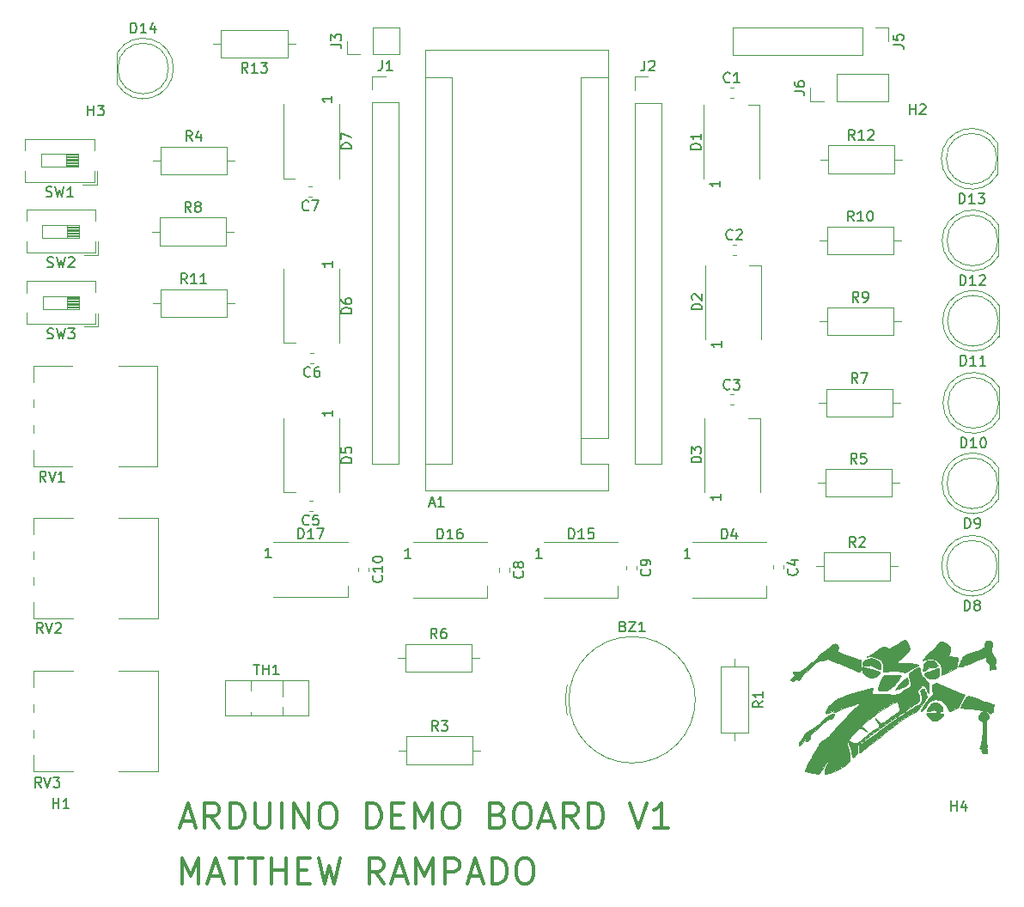
<source format=gbr>
%TF.GenerationSoftware,KiCad,Pcbnew,(5.1.6)-1*%
%TF.CreationDate,2021-11-13T00:29:39-05:00*%
%TF.ProjectId,ArduinoLearningBoard,41726475-696e-46f4-9c65-61726e696e67,rev?*%
%TF.SameCoordinates,Original*%
%TF.FileFunction,Legend,Top*%
%TF.FilePolarity,Positive*%
%FSLAX46Y46*%
G04 Gerber Fmt 4.6, Leading zero omitted, Abs format (unit mm)*
G04 Created by KiCad (PCBNEW (5.1.6)-1) date 2021-11-13 00:29:39*
%MOMM*%
%LPD*%
G01*
G04 APERTURE LIST*
%ADD10C,0.350000*%
%ADD11C,0.120000*%
%ADD12C,0.010000*%
%ADD13C,0.150000*%
G04 APERTURE END LIST*
D10*
X59911904Y-101556666D02*
X61102380Y-101556666D01*
X59673809Y-102270952D02*
X60507142Y-99770952D01*
X61340476Y-102270952D01*
X63602380Y-102270952D02*
X62769047Y-101080476D01*
X62173809Y-102270952D02*
X62173809Y-99770952D01*
X63126190Y-99770952D01*
X63364285Y-99890000D01*
X63483333Y-100009047D01*
X63602380Y-100247142D01*
X63602380Y-100604285D01*
X63483333Y-100842380D01*
X63364285Y-100961428D01*
X63126190Y-101080476D01*
X62173809Y-101080476D01*
X64673809Y-102270952D02*
X64673809Y-99770952D01*
X65269047Y-99770952D01*
X65626190Y-99890000D01*
X65864285Y-100128095D01*
X65983333Y-100366190D01*
X66102380Y-100842380D01*
X66102380Y-101199523D01*
X65983333Y-101675714D01*
X65864285Y-101913809D01*
X65626190Y-102151904D01*
X65269047Y-102270952D01*
X64673809Y-102270952D01*
X67173809Y-99770952D02*
X67173809Y-101794761D01*
X67292857Y-102032857D01*
X67411904Y-102151904D01*
X67650000Y-102270952D01*
X68126190Y-102270952D01*
X68364285Y-102151904D01*
X68483333Y-102032857D01*
X68602380Y-101794761D01*
X68602380Y-99770952D01*
X69792857Y-102270952D02*
X69792857Y-99770952D01*
X70983333Y-102270952D02*
X70983333Y-99770952D01*
X72411904Y-102270952D01*
X72411904Y-99770952D01*
X74078571Y-99770952D02*
X74554761Y-99770952D01*
X74792857Y-99890000D01*
X75030952Y-100128095D01*
X75150000Y-100604285D01*
X75150000Y-101437619D01*
X75030952Y-101913809D01*
X74792857Y-102151904D01*
X74554761Y-102270952D01*
X74078571Y-102270952D01*
X73840476Y-102151904D01*
X73602380Y-101913809D01*
X73483333Y-101437619D01*
X73483333Y-100604285D01*
X73602380Y-100128095D01*
X73840476Y-99890000D01*
X74078571Y-99770952D01*
X78126190Y-102270952D02*
X78126190Y-99770952D01*
X78721428Y-99770952D01*
X79078571Y-99890000D01*
X79316666Y-100128095D01*
X79435714Y-100366190D01*
X79554761Y-100842380D01*
X79554761Y-101199523D01*
X79435714Y-101675714D01*
X79316666Y-101913809D01*
X79078571Y-102151904D01*
X78721428Y-102270952D01*
X78126190Y-102270952D01*
X80626190Y-100961428D02*
X81459523Y-100961428D01*
X81816666Y-102270952D02*
X80626190Y-102270952D01*
X80626190Y-99770952D01*
X81816666Y-99770952D01*
X82888095Y-102270952D02*
X82888095Y-99770952D01*
X83721428Y-101556666D01*
X84554761Y-99770952D01*
X84554761Y-102270952D01*
X86221428Y-99770952D02*
X86697619Y-99770952D01*
X86935714Y-99890000D01*
X87173809Y-100128095D01*
X87292857Y-100604285D01*
X87292857Y-101437619D01*
X87173809Y-101913809D01*
X86935714Y-102151904D01*
X86697619Y-102270952D01*
X86221428Y-102270952D01*
X85983333Y-102151904D01*
X85745238Y-101913809D01*
X85626190Y-101437619D01*
X85626190Y-100604285D01*
X85745238Y-100128095D01*
X85983333Y-99890000D01*
X86221428Y-99770952D01*
X91102380Y-100961428D02*
X91459523Y-101080476D01*
X91578571Y-101199523D01*
X91697619Y-101437619D01*
X91697619Y-101794761D01*
X91578571Y-102032857D01*
X91459523Y-102151904D01*
X91221428Y-102270952D01*
X90269047Y-102270952D01*
X90269047Y-99770952D01*
X91102380Y-99770952D01*
X91340476Y-99890000D01*
X91459523Y-100009047D01*
X91578571Y-100247142D01*
X91578571Y-100485238D01*
X91459523Y-100723333D01*
X91340476Y-100842380D01*
X91102380Y-100961428D01*
X90269047Y-100961428D01*
X93245238Y-99770952D02*
X93721428Y-99770952D01*
X93959523Y-99890000D01*
X94197619Y-100128095D01*
X94316666Y-100604285D01*
X94316666Y-101437619D01*
X94197619Y-101913809D01*
X93959523Y-102151904D01*
X93721428Y-102270952D01*
X93245238Y-102270952D01*
X93007142Y-102151904D01*
X92769047Y-101913809D01*
X92650000Y-101437619D01*
X92650000Y-100604285D01*
X92769047Y-100128095D01*
X93007142Y-99890000D01*
X93245238Y-99770952D01*
X95269047Y-101556666D02*
X96459523Y-101556666D01*
X95030952Y-102270952D02*
X95864285Y-99770952D01*
X96697619Y-102270952D01*
X98959523Y-102270952D02*
X98126190Y-101080476D01*
X97530952Y-102270952D02*
X97530952Y-99770952D01*
X98483333Y-99770952D01*
X98721428Y-99890000D01*
X98840476Y-100009047D01*
X98959523Y-100247142D01*
X98959523Y-100604285D01*
X98840476Y-100842380D01*
X98721428Y-100961428D01*
X98483333Y-101080476D01*
X97530952Y-101080476D01*
X100030952Y-102270952D02*
X100030952Y-99770952D01*
X100626190Y-99770952D01*
X100983333Y-99890000D01*
X101221428Y-100128095D01*
X101340476Y-100366190D01*
X101459523Y-100842380D01*
X101459523Y-101199523D01*
X101340476Y-101675714D01*
X101221428Y-101913809D01*
X100983333Y-102151904D01*
X100626190Y-102270952D01*
X100030952Y-102270952D01*
X104078571Y-99770952D02*
X104911904Y-102270952D01*
X105745238Y-99770952D01*
X107888095Y-102270952D02*
X106459523Y-102270952D01*
X107173809Y-102270952D02*
X107173809Y-99770952D01*
X106935714Y-100128095D01*
X106697619Y-100366190D01*
X106459523Y-100485238D01*
X59918095Y-107730952D02*
X59918095Y-105230952D01*
X60751428Y-107016666D01*
X61584761Y-105230952D01*
X61584761Y-107730952D01*
X62656190Y-107016666D02*
X63846666Y-107016666D01*
X62418095Y-107730952D02*
X63251428Y-105230952D01*
X64084761Y-107730952D01*
X64560952Y-105230952D02*
X65989523Y-105230952D01*
X65275238Y-107730952D02*
X65275238Y-105230952D01*
X66465714Y-105230952D02*
X67894285Y-105230952D01*
X67180000Y-107730952D02*
X67180000Y-105230952D01*
X68727619Y-107730952D02*
X68727619Y-105230952D01*
X68727619Y-106421428D02*
X70156190Y-106421428D01*
X70156190Y-107730952D02*
X70156190Y-105230952D01*
X71346666Y-106421428D02*
X72180000Y-106421428D01*
X72537142Y-107730952D02*
X71346666Y-107730952D01*
X71346666Y-105230952D01*
X72537142Y-105230952D01*
X73370476Y-105230952D02*
X73965714Y-107730952D01*
X74441904Y-105945238D01*
X74918095Y-107730952D01*
X75513333Y-105230952D01*
X79799047Y-107730952D02*
X78965714Y-106540476D01*
X78370476Y-107730952D02*
X78370476Y-105230952D01*
X79322857Y-105230952D01*
X79560952Y-105350000D01*
X79680000Y-105469047D01*
X79799047Y-105707142D01*
X79799047Y-106064285D01*
X79680000Y-106302380D01*
X79560952Y-106421428D01*
X79322857Y-106540476D01*
X78370476Y-106540476D01*
X80751428Y-107016666D02*
X81941904Y-107016666D01*
X80513333Y-107730952D02*
X81346666Y-105230952D01*
X82180000Y-107730952D01*
X83013333Y-107730952D02*
X83013333Y-105230952D01*
X83846666Y-107016666D01*
X84680000Y-105230952D01*
X84680000Y-107730952D01*
X85870476Y-107730952D02*
X85870476Y-105230952D01*
X86822857Y-105230952D01*
X87060952Y-105350000D01*
X87180000Y-105469047D01*
X87299047Y-105707142D01*
X87299047Y-106064285D01*
X87180000Y-106302380D01*
X87060952Y-106421428D01*
X86822857Y-106540476D01*
X85870476Y-106540476D01*
X88251428Y-107016666D02*
X89441904Y-107016666D01*
X88013333Y-107730952D02*
X88846666Y-105230952D01*
X89680000Y-107730952D01*
X90513333Y-107730952D02*
X90513333Y-105230952D01*
X91108571Y-105230952D01*
X91465714Y-105350000D01*
X91703809Y-105588095D01*
X91822857Y-105826190D01*
X91941904Y-106302380D01*
X91941904Y-106659523D01*
X91822857Y-107135714D01*
X91703809Y-107373809D01*
X91465714Y-107611904D01*
X91108571Y-107730952D01*
X90513333Y-107730952D01*
X93489523Y-105230952D02*
X93965714Y-105230952D01*
X94203809Y-105350000D01*
X94441904Y-105588095D01*
X94560952Y-106064285D01*
X94560952Y-106897619D01*
X94441904Y-107373809D01*
X94203809Y-107611904D01*
X93965714Y-107730952D01*
X93489523Y-107730952D01*
X93251428Y-107611904D01*
X93013333Y-107373809D01*
X92894285Y-106897619D01*
X92894285Y-106064285D01*
X93013333Y-105588095D01*
X93251428Y-105350000D01*
X93489523Y-105230952D01*
D11*
%TO.C,D17*%
X76250000Y-79510000D02*
X76250000Y-78360000D01*
X68950000Y-79510000D02*
X76250000Y-79510000D01*
X68950000Y-74010000D02*
X76250000Y-74010000D01*
%TO.C,D16*%
X89980000Y-79550000D02*
X89980000Y-78400000D01*
X82680000Y-79550000D02*
X89980000Y-79550000D01*
X82680000Y-74050000D02*
X89980000Y-74050000D01*
%TO.C,D15*%
X102910000Y-79520000D02*
X102910000Y-78370000D01*
X95610000Y-79520000D02*
X102910000Y-79520000D01*
X95610000Y-74020000D02*
X102910000Y-74020000D01*
%TO.C,C10*%
X77320000Y-76568733D02*
X77320000Y-76911267D01*
X78340000Y-76568733D02*
X78340000Y-76911267D01*
%TO.C,C9*%
X103730000Y-76413733D02*
X103730000Y-76756267D01*
X104750000Y-76413733D02*
X104750000Y-76756267D01*
%TO.C,C8*%
X91200000Y-76633733D02*
X91200000Y-76976267D01*
X92220000Y-76633733D02*
X92220000Y-76976267D01*
%TO.C,A1*%
X99270000Y-63770000D02*
X99270000Y-66310000D01*
X99270000Y-66310000D02*
X101940000Y-66310000D01*
X101940000Y-63770000D02*
X101940000Y-25540000D01*
X101940000Y-68980000D02*
X101940000Y-66310000D01*
X86570000Y-66310000D02*
X83900000Y-66310000D01*
X86570000Y-66310000D02*
X86570000Y-28210000D01*
X86570000Y-28210000D02*
X83900000Y-28210000D01*
X99270000Y-63770000D02*
X101940000Y-63770000D01*
X99270000Y-63770000D02*
X99270000Y-28210000D01*
X99270000Y-28210000D02*
X101940000Y-28210000D01*
X101940000Y-25540000D02*
X83900000Y-25540000D01*
X83900000Y-25540000D02*
X83900000Y-68980000D01*
X83900000Y-68980000D02*
X101940000Y-68980000D01*
%TO.C,C7*%
X72736267Y-39000000D02*
X72393733Y-39000000D01*
X72736267Y-40020000D02*
X72393733Y-40020000D01*
%TO.C,C6*%
X72906267Y-55390000D02*
X72563733Y-55390000D01*
X72906267Y-56410000D02*
X72563733Y-56410000D01*
%TO.C,C5*%
X72776267Y-70000000D02*
X72433733Y-70000000D01*
X72776267Y-71020000D02*
X72433733Y-71020000D01*
%TO.C,C4*%
X118220000Y-76373733D02*
X118220000Y-76716267D01*
X119240000Y-76373733D02*
X119240000Y-76716267D01*
%TO.C,C3*%
X113923733Y-60520000D02*
X114266267Y-60520000D01*
X113923733Y-59500000D02*
X114266267Y-59500000D01*
%TO.C,C2*%
X114183733Y-45750000D02*
X114526267Y-45750000D01*
X114183733Y-44730000D02*
X114526267Y-44730000D01*
%TO.C,C1*%
X113933733Y-30260000D02*
X114276267Y-30260000D01*
X113933733Y-29240000D02*
X114276267Y-29240000D01*
D12*
%TO.C,G\u002A\u002A\u002A*%
G36*
X132639753Y-86466547D02*
G01*
X132675943Y-86549262D01*
X132703399Y-86695728D01*
X132709583Y-86741847D01*
X132769510Y-87001520D01*
X132883819Y-87240355D01*
X133059447Y-87468897D01*
X133303331Y-87697692D01*
X133377918Y-87757847D01*
X133454729Y-87850040D01*
X133505337Y-87993626D01*
X133516245Y-88046488D01*
X133534031Y-88178989D01*
X133546308Y-88341967D01*
X133552936Y-88516899D01*
X133553777Y-88685264D01*
X133548690Y-88828539D01*
X133537536Y-88928203D01*
X133523159Y-88964807D01*
X133494494Y-88940441D01*
X133443881Y-88858755D01*
X133379840Y-88734398D01*
X133342243Y-88653706D01*
X133228806Y-88430967D01*
X133118728Y-88271122D01*
X133015739Y-88178216D01*
X132923571Y-88156293D01*
X132893153Y-88166878D01*
X132833393Y-88213169D01*
X132740948Y-88300372D01*
X132634637Y-88410619D01*
X132622446Y-88423887D01*
X132488256Y-88594542D01*
X132423178Y-88736491D01*
X132427849Y-88847918D01*
X132457895Y-88893031D01*
X132492256Y-88959068D01*
X132530830Y-89078639D01*
X132567950Y-89227752D01*
X132597950Y-89382412D01*
X132615165Y-89518627D01*
X132617230Y-89567776D01*
X132614910Y-89636085D01*
X132600755Y-89690500D01*
X132563971Y-89742990D01*
X132493766Y-89805525D01*
X132379347Y-89890075D01*
X132236230Y-89990302D01*
X132120856Y-90069677D01*
X131949617Y-90186244D01*
X131731669Y-90333829D01*
X131476164Y-90506259D01*
X131192258Y-90697359D01*
X130889105Y-90900956D01*
X130575858Y-91110874D01*
X130434273Y-91205602D01*
X129853954Y-91599694D01*
X129255347Y-92017392D01*
X128662039Y-92441891D01*
X128097617Y-92856383D01*
X127747734Y-93119840D01*
X126482153Y-94083885D01*
X126481935Y-94437789D01*
X126476070Y-94680709D01*
X126455806Y-94860820D01*
X126416626Y-94992838D01*
X126354013Y-95091478D01*
X126263450Y-95171459D01*
X126254904Y-95177464D01*
X126156320Y-95239310D01*
X126079952Y-95275896D01*
X126060721Y-95280154D01*
X126042424Y-95279180D01*
X126027281Y-95269181D01*
X126012336Y-95239544D01*
X125994636Y-95179654D01*
X125971226Y-95078898D01*
X125939153Y-94926660D01*
X125895460Y-94712328D01*
X125876099Y-94616846D01*
X125809476Y-94317787D01*
X125744851Y-94091509D01*
X125679955Y-93932757D01*
X125612517Y-93836275D01*
X125540269Y-93796806D01*
X125521283Y-93795231D01*
X125471202Y-93799682D01*
X125442198Y-93820398D01*
X125435340Y-93868427D01*
X125451696Y-93954818D01*
X125492334Y-94090617D01*
X125558321Y-94286873D01*
X125572913Y-94329298D01*
X125638247Y-94525391D01*
X125680614Y-94677474D01*
X125704961Y-94814536D01*
X125716235Y-94965566D01*
X125719383Y-95159553D01*
X125719452Y-95188039D01*
X125719507Y-95371906D01*
X125713242Y-95506824D01*
X125692041Y-95609691D01*
X125647289Y-95697402D01*
X125570373Y-95786854D01*
X125452678Y-95894943D01*
X125285993Y-96038219D01*
X124970950Y-96272466D01*
X124605896Y-96483509D01*
X124218516Y-96656601D01*
X123961692Y-96743583D01*
X123791672Y-96793932D01*
X123637227Y-96840927D01*
X123522948Y-96877037D01*
X123492769Y-96887173D01*
X123354527Y-96934873D01*
X123276379Y-96953200D01*
X123243873Y-96936250D01*
X123242558Y-96878119D01*
X123255425Y-96790218D01*
X123303090Y-96573332D01*
X123383090Y-96318378D01*
X123485767Y-96053203D01*
X123587443Y-95833046D01*
X123656799Y-95684088D01*
X123686223Y-95593938D01*
X123680652Y-95557419D01*
X123645027Y-95569350D01*
X123584285Y-95624552D01*
X123503365Y-95717846D01*
X123407207Y-95844053D01*
X123300749Y-95997992D01*
X123188930Y-96174486D01*
X123076689Y-96368353D01*
X123076269Y-96369114D01*
X122977512Y-96541266D01*
X122884552Y-96690949D01*
X122807218Y-96803137D01*
X122755338Y-96862800D01*
X122751645Y-96865486D01*
X122658355Y-96890618D01*
X122501748Y-96890453D01*
X122292072Y-96866084D01*
X122039573Y-96818602D01*
X121818533Y-96765979D01*
X121602845Y-96707292D01*
X121455069Y-96659192D01*
X121366268Y-96618034D01*
X121327507Y-96580170D01*
X121324000Y-96564125D01*
X121342591Y-96505631D01*
X121394846Y-96389119D01*
X121475490Y-96224331D01*
X121579246Y-96021010D01*
X121700837Y-95788899D01*
X121834989Y-95537741D01*
X121976424Y-95277279D01*
X122119866Y-95017256D01*
X122260039Y-94767414D01*
X122391667Y-94537497D01*
X122509474Y-94337247D01*
X122608183Y-94176408D01*
X122660182Y-94096759D01*
X122806809Y-93891231D01*
X122938081Y-93736010D01*
X123068421Y-93616892D01*
X125605377Y-93616892D01*
X125643150Y-93676271D01*
X125739092Y-93736248D01*
X125900917Y-93808184D01*
X125918549Y-93815458D01*
X126081652Y-93877124D01*
X126202020Y-93903924D01*
X126306278Y-93897009D01*
X126421049Y-93857532D01*
X126462615Y-93839005D01*
X126580541Y-93772165D01*
X126738421Y-93665197D01*
X126919173Y-93531408D01*
X127105715Y-93384100D01*
X127280966Y-93236579D01*
X127427842Y-93102149D01*
X127490536Y-93038404D01*
X127582740Y-92944274D01*
X127655893Y-92878815D01*
X127690955Y-92857385D01*
X127747762Y-92836413D01*
X127848373Y-92781663D01*
X127973429Y-92705385D01*
X128103570Y-92619828D01*
X128219438Y-92537241D01*
X128298089Y-92473219D01*
X128401508Y-92390520D01*
X128503382Y-92327858D01*
X128518500Y-92320917D01*
X128595077Y-92275896D01*
X128630418Y-92215106D01*
X128623096Y-92127484D01*
X128571682Y-92001969D01*
X128474752Y-91827498D01*
X128449372Y-91785083D01*
X128364949Y-91639493D01*
X128301630Y-91519290D01*
X128266895Y-91439398D01*
X128263929Y-91415065D01*
X128299094Y-91430046D01*
X128365712Y-91492530D01*
X128430276Y-91566193D01*
X128564607Y-91729827D01*
X128659640Y-91841226D01*
X128725734Y-91908507D01*
X128773248Y-91939786D01*
X128812541Y-91943177D01*
X128853972Y-91926798D01*
X128875834Y-91915267D01*
X128950719Y-91870787D01*
X129077650Y-91790432D01*
X129244190Y-91682489D01*
X129437903Y-91555244D01*
X129646353Y-91416983D01*
X129857104Y-91275993D01*
X130057720Y-91140559D01*
X130235765Y-91018967D01*
X130378802Y-90919505D01*
X130474395Y-90850457D01*
X130477769Y-90847904D01*
X130570224Y-90773608D01*
X130628091Y-90707298D01*
X130654400Y-90631543D01*
X130652184Y-90528911D01*
X130624474Y-90381970D01*
X130586476Y-90222795D01*
X130535025Y-90031865D01*
X130486101Y-89907974D01*
X130430044Y-89840967D01*
X130357192Y-89820685D01*
X130257885Y-89836971D01*
X130227726Y-89845586D01*
X130030860Y-89920323D01*
X129790334Y-90036334D01*
X129521770Y-90183964D01*
X129240790Y-90353560D01*
X128963017Y-90535466D01*
X128704071Y-90720028D01*
X128479575Y-90897592D01*
X128373560Y-90991462D01*
X128259148Y-91094297D01*
X128164078Y-91172391D01*
X128104073Y-91213086D01*
X128094445Y-91216154D01*
X128050962Y-91238328D01*
X127957155Y-91299351D01*
X127825071Y-91390980D01*
X127666756Y-91504970D01*
X127591425Y-91560430D01*
X127354007Y-91742565D01*
X127157343Y-91906036D01*
X127007566Y-92045115D01*
X126910807Y-92154070D01*
X126873197Y-92227173D01*
X126872923Y-92231867D01*
X126903845Y-92270867D01*
X126982645Y-92330069D01*
X127039355Y-92365473D01*
X127146340Y-92437513D01*
X127256652Y-92526466D01*
X127355089Y-92617837D01*
X127426448Y-92697133D01*
X127455525Y-92749857D01*
X127452701Y-92759555D01*
X127413743Y-92748634D01*
X127334471Y-92699014D01*
X127259988Y-92643252D01*
X127100922Y-92535837D01*
X126937244Y-92457299D01*
X126787995Y-92414411D01*
X126672217Y-92413944D01*
X126644442Y-92424338D01*
X126586514Y-92469940D01*
X126488676Y-92562040D01*
X126362516Y-92688345D01*
X126219619Y-92836562D01*
X126071572Y-92994399D01*
X125929961Y-93149563D01*
X125806373Y-93289761D01*
X125712392Y-93402701D01*
X125673491Y-93454485D01*
X125618062Y-93546750D01*
X125605377Y-93616892D01*
X123068421Y-93616892D01*
X123074064Y-93611735D01*
X123234828Y-93499051D01*
X123353898Y-93427583D01*
X123472410Y-93356012D01*
X123574464Y-93284439D01*
X123672451Y-93201118D01*
X123778762Y-93094298D01*
X123905788Y-92952233D01*
X124065920Y-92763174D01*
X124108384Y-92712230D01*
X124312221Y-92473981D01*
X124560182Y-92195007D01*
X124839827Y-91888513D01*
X125138714Y-91567704D01*
X125444403Y-91245784D01*
X125744451Y-90935958D01*
X126026417Y-90651429D01*
X126277861Y-90405403D01*
X126317765Y-90367322D01*
X126477601Y-90212148D01*
X126583182Y-90100941D01*
X126639900Y-90027170D01*
X126653147Y-89984301D01*
X126644262Y-89971794D01*
X126611151Y-89957197D01*
X126563513Y-89953751D01*
X126491630Y-89963889D01*
X126385785Y-89990043D01*
X126236260Y-90034645D01*
X126033339Y-90100129D01*
X125767302Y-90188926D01*
X125739692Y-90198225D01*
X125485659Y-90288903D01*
X125211867Y-90395078D01*
X124947291Y-90505014D01*
X124720907Y-90606973D01*
X124671537Y-90630896D01*
X124468386Y-90726401D01*
X124306032Y-90793014D01*
X124190009Y-90829616D01*
X124125851Y-90835089D01*
X124119090Y-90808316D01*
X124175260Y-90748179D01*
X124202434Y-90725676D01*
X124280408Y-90655437D01*
X124292650Y-90622961D01*
X124241647Y-90627877D01*
X124129888Y-90669816D01*
X123959860Y-90748407D01*
X123920850Y-90767613D01*
X123710096Y-90867689D01*
X123557464Y-90928175D01*
X123454679Y-90950705D01*
X123393464Y-90936913D01*
X123365544Y-90888432D01*
X123363622Y-90877621D01*
X123376911Y-90782079D01*
X123429886Y-90644967D01*
X123512628Y-90485108D01*
X123615219Y-90321328D01*
X123727743Y-90172451D01*
X123746715Y-90150467D01*
X123931698Y-89959005D01*
X124132830Y-89789940D01*
X124361556Y-89636649D01*
X124629325Y-89492513D01*
X124947582Y-89350913D01*
X125327773Y-89205228D01*
X125466153Y-89156045D01*
X125747800Y-89060383D01*
X126048022Y-88963528D01*
X126357430Y-88868035D01*
X126666632Y-88776456D01*
X126966237Y-88691345D01*
X127246853Y-88615254D01*
X127499091Y-88550737D01*
X127713557Y-88500348D01*
X127880862Y-88466639D01*
X127991614Y-88452164D01*
X128035103Y-88457617D01*
X128032516Y-88501931D01*
X128003765Y-88593845D01*
X127972400Y-88672440D01*
X127913894Y-88819034D01*
X127893142Y-88918153D01*
X127918595Y-88978806D01*
X127998705Y-89009998D01*
X128141923Y-89020736D01*
X128299230Y-89020748D01*
X128430673Y-89021981D01*
X128620562Y-89027323D01*
X128849342Y-89036051D01*
X129097455Y-89047444D01*
X129276153Y-89056838D01*
X129610752Y-89074727D01*
X129877816Y-89086525D01*
X130087779Y-89091480D01*
X130251079Y-89088837D01*
X130378151Y-89077843D01*
X130479430Y-89057746D01*
X130565353Y-89027793D01*
X130646354Y-88987229D01*
X130702854Y-88953872D01*
X130849170Y-88858657D01*
X131016810Y-88741292D01*
X131151846Y-88640628D01*
X131299292Y-88530373D01*
X131453932Y-88421251D01*
X131573159Y-88342724D01*
X131706324Y-88244180D01*
X131773183Y-88143795D01*
X131781502Y-88019981D01*
X131744245Y-87867187D01*
X131687721Y-87677806D01*
X131636360Y-87483390D01*
X131595113Y-87304988D01*
X131568932Y-87163649D01*
X131562153Y-87092999D01*
X131596013Y-87012227D01*
X131688339Y-86911368D01*
X131825250Y-86799901D01*
X131992866Y-86687302D01*
X132177306Y-86583048D01*
X132364689Y-86496616D01*
X132509842Y-86445963D01*
X132586997Y-86435981D01*
X132639753Y-86466547D01*
G37*
X132639753Y-86466547D02*
X132675943Y-86549262D01*
X132703399Y-86695728D01*
X132709583Y-86741847D01*
X132769510Y-87001520D01*
X132883819Y-87240355D01*
X133059447Y-87468897D01*
X133303331Y-87697692D01*
X133377918Y-87757847D01*
X133454729Y-87850040D01*
X133505337Y-87993626D01*
X133516245Y-88046488D01*
X133534031Y-88178989D01*
X133546308Y-88341967D01*
X133552936Y-88516899D01*
X133553777Y-88685264D01*
X133548690Y-88828539D01*
X133537536Y-88928203D01*
X133523159Y-88964807D01*
X133494494Y-88940441D01*
X133443881Y-88858755D01*
X133379840Y-88734398D01*
X133342243Y-88653706D01*
X133228806Y-88430967D01*
X133118728Y-88271122D01*
X133015739Y-88178216D01*
X132923571Y-88156293D01*
X132893153Y-88166878D01*
X132833393Y-88213169D01*
X132740948Y-88300372D01*
X132634637Y-88410619D01*
X132622446Y-88423887D01*
X132488256Y-88594542D01*
X132423178Y-88736491D01*
X132427849Y-88847918D01*
X132457895Y-88893031D01*
X132492256Y-88959068D01*
X132530830Y-89078639D01*
X132567950Y-89227752D01*
X132597950Y-89382412D01*
X132615165Y-89518627D01*
X132617230Y-89567776D01*
X132614910Y-89636085D01*
X132600755Y-89690500D01*
X132563971Y-89742990D01*
X132493766Y-89805525D01*
X132379347Y-89890075D01*
X132236230Y-89990302D01*
X132120856Y-90069677D01*
X131949617Y-90186244D01*
X131731669Y-90333829D01*
X131476164Y-90506259D01*
X131192258Y-90697359D01*
X130889105Y-90900956D01*
X130575858Y-91110874D01*
X130434273Y-91205602D01*
X129853954Y-91599694D01*
X129255347Y-92017392D01*
X128662039Y-92441891D01*
X128097617Y-92856383D01*
X127747734Y-93119840D01*
X126482153Y-94083885D01*
X126481935Y-94437789D01*
X126476070Y-94680709D01*
X126455806Y-94860820D01*
X126416626Y-94992838D01*
X126354013Y-95091478D01*
X126263450Y-95171459D01*
X126254904Y-95177464D01*
X126156320Y-95239310D01*
X126079952Y-95275896D01*
X126060721Y-95280154D01*
X126042424Y-95279180D01*
X126027281Y-95269181D01*
X126012336Y-95239544D01*
X125994636Y-95179654D01*
X125971226Y-95078898D01*
X125939153Y-94926660D01*
X125895460Y-94712328D01*
X125876099Y-94616846D01*
X125809476Y-94317787D01*
X125744851Y-94091509D01*
X125679955Y-93932757D01*
X125612517Y-93836275D01*
X125540269Y-93796806D01*
X125521283Y-93795231D01*
X125471202Y-93799682D01*
X125442198Y-93820398D01*
X125435340Y-93868427D01*
X125451696Y-93954818D01*
X125492334Y-94090617D01*
X125558321Y-94286873D01*
X125572913Y-94329298D01*
X125638247Y-94525391D01*
X125680614Y-94677474D01*
X125704961Y-94814536D01*
X125716235Y-94965566D01*
X125719383Y-95159553D01*
X125719452Y-95188039D01*
X125719507Y-95371906D01*
X125713242Y-95506824D01*
X125692041Y-95609691D01*
X125647289Y-95697402D01*
X125570373Y-95786854D01*
X125452678Y-95894943D01*
X125285993Y-96038219D01*
X124970950Y-96272466D01*
X124605896Y-96483509D01*
X124218516Y-96656601D01*
X123961692Y-96743583D01*
X123791672Y-96793932D01*
X123637227Y-96840927D01*
X123522948Y-96877037D01*
X123492769Y-96887173D01*
X123354527Y-96934873D01*
X123276379Y-96953200D01*
X123243873Y-96936250D01*
X123242558Y-96878119D01*
X123255425Y-96790218D01*
X123303090Y-96573332D01*
X123383090Y-96318378D01*
X123485767Y-96053203D01*
X123587443Y-95833046D01*
X123656799Y-95684088D01*
X123686223Y-95593938D01*
X123680652Y-95557419D01*
X123645027Y-95569350D01*
X123584285Y-95624552D01*
X123503365Y-95717846D01*
X123407207Y-95844053D01*
X123300749Y-95997992D01*
X123188930Y-96174486D01*
X123076689Y-96368353D01*
X123076269Y-96369114D01*
X122977512Y-96541266D01*
X122884552Y-96690949D01*
X122807218Y-96803137D01*
X122755338Y-96862800D01*
X122751645Y-96865486D01*
X122658355Y-96890618D01*
X122501748Y-96890453D01*
X122292072Y-96866084D01*
X122039573Y-96818602D01*
X121818533Y-96765979D01*
X121602845Y-96707292D01*
X121455069Y-96659192D01*
X121366268Y-96618034D01*
X121327507Y-96580170D01*
X121324000Y-96564125D01*
X121342591Y-96505631D01*
X121394846Y-96389119D01*
X121475490Y-96224331D01*
X121579246Y-96021010D01*
X121700837Y-95788899D01*
X121834989Y-95537741D01*
X121976424Y-95277279D01*
X122119866Y-95017256D01*
X122260039Y-94767414D01*
X122391667Y-94537497D01*
X122509474Y-94337247D01*
X122608183Y-94176408D01*
X122660182Y-94096759D01*
X122806809Y-93891231D01*
X122938081Y-93736010D01*
X123068421Y-93616892D01*
X125605377Y-93616892D01*
X125643150Y-93676271D01*
X125739092Y-93736248D01*
X125900917Y-93808184D01*
X125918549Y-93815458D01*
X126081652Y-93877124D01*
X126202020Y-93903924D01*
X126306278Y-93897009D01*
X126421049Y-93857532D01*
X126462615Y-93839005D01*
X126580541Y-93772165D01*
X126738421Y-93665197D01*
X126919173Y-93531408D01*
X127105715Y-93384100D01*
X127280966Y-93236579D01*
X127427842Y-93102149D01*
X127490536Y-93038404D01*
X127582740Y-92944274D01*
X127655893Y-92878815D01*
X127690955Y-92857385D01*
X127747762Y-92836413D01*
X127848373Y-92781663D01*
X127973429Y-92705385D01*
X128103570Y-92619828D01*
X128219438Y-92537241D01*
X128298089Y-92473219D01*
X128401508Y-92390520D01*
X128503382Y-92327858D01*
X128518500Y-92320917D01*
X128595077Y-92275896D01*
X128630418Y-92215106D01*
X128623096Y-92127484D01*
X128571682Y-92001969D01*
X128474752Y-91827498D01*
X128449372Y-91785083D01*
X128364949Y-91639493D01*
X128301630Y-91519290D01*
X128266895Y-91439398D01*
X128263929Y-91415065D01*
X128299094Y-91430046D01*
X128365712Y-91492530D01*
X128430276Y-91566193D01*
X128564607Y-91729827D01*
X128659640Y-91841226D01*
X128725734Y-91908507D01*
X128773248Y-91939786D01*
X128812541Y-91943177D01*
X128853972Y-91926798D01*
X128875834Y-91915267D01*
X128950719Y-91870787D01*
X129077650Y-91790432D01*
X129244190Y-91682489D01*
X129437903Y-91555244D01*
X129646353Y-91416983D01*
X129857104Y-91275993D01*
X130057720Y-91140559D01*
X130235765Y-91018967D01*
X130378802Y-90919505D01*
X130474395Y-90850457D01*
X130477769Y-90847904D01*
X130570224Y-90773608D01*
X130628091Y-90707298D01*
X130654400Y-90631543D01*
X130652184Y-90528911D01*
X130624474Y-90381970D01*
X130586476Y-90222795D01*
X130535025Y-90031865D01*
X130486101Y-89907974D01*
X130430044Y-89840967D01*
X130357192Y-89820685D01*
X130257885Y-89836971D01*
X130227726Y-89845586D01*
X130030860Y-89920323D01*
X129790334Y-90036334D01*
X129521770Y-90183964D01*
X129240790Y-90353560D01*
X128963017Y-90535466D01*
X128704071Y-90720028D01*
X128479575Y-90897592D01*
X128373560Y-90991462D01*
X128259148Y-91094297D01*
X128164078Y-91172391D01*
X128104073Y-91213086D01*
X128094445Y-91216154D01*
X128050962Y-91238328D01*
X127957155Y-91299351D01*
X127825071Y-91390980D01*
X127666756Y-91504970D01*
X127591425Y-91560430D01*
X127354007Y-91742565D01*
X127157343Y-91906036D01*
X127007566Y-92045115D01*
X126910807Y-92154070D01*
X126873197Y-92227173D01*
X126872923Y-92231867D01*
X126903845Y-92270867D01*
X126982645Y-92330069D01*
X127039355Y-92365473D01*
X127146340Y-92437513D01*
X127256652Y-92526466D01*
X127355089Y-92617837D01*
X127426448Y-92697133D01*
X127455525Y-92749857D01*
X127452701Y-92759555D01*
X127413743Y-92748634D01*
X127334471Y-92699014D01*
X127259988Y-92643252D01*
X127100922Y-92535837D01*
X126937244Y-92457299D01*
X126787995Y-92414411D01*
X126672217Y-92413944D01*
X126644442Y-92424338D01*
X126586514Y-92469940D01*
X126488676Y-92562040D01*
X126362516Y-92688345D01*
X126219619Y-92836562D01*
X126071572Y-92994399D01*
X125929961Y-93149563D01*
X125806373Y-93289761D01*
X125712392Y-93402701D01*
X125673491Y-93454485D01*
X125618062Y-93546750D01*
X125605377Y-93616892D01*
X123068421Y-93616892D01*
X123074064Y-93611735D01*
X123234828Y-93499051D01*
X123353898Y-93427583D01*
X123472410Y-93356012D01*
X123574464Y-93284439D01*
X123672451Y-93201118D01*
X123778762Y-93094298D01*
X123905788Y-92952233D01*
X124065920Y-92763174D01*
X124108384Y-92712230D01*
X124312221Y-92473981D01*
X124560182Y-92195007D01*
X124839827Y-91888513D01*
X125138714Y-91567704D01*
X125444403Y-91245784D01*
X125744451Y-90935958D01*
X126026417Y-90651429D01*
X126277861Y-90405403D01*
X126317765Y-90367322D01*
X126477601Y-90212148D01*
X126583182Y-90100941D01*
X126639900Y-90027170D01*
X126653147Y-89984301D01*
X126644262Y-89971794D01*
X126611151Y-89957197D01*
X126563513Y-89953751D01*
X126491630Y-89963889D01*
X126385785Y-89990043D01*
X126236260Y-90034645D01*
X126033339Y-90100129D01*
X125767302Y-90188926D01*
X125739692Y-90198225D01*
X125485659Y-90288903D01*
X125211867Y-90395078D01*
X124947291Y-90505014D01*
X124720907Y-90606973D01*
X124671537Y-90630896D01*
X124468386Y-90726401D01*
X124306032Y-90793014D01*
X124190009Y-90829616D01*
X124125851Y-90835089D01*
X124119090Y-90808316D01*
X124175260Y-90748179D01*
X124202434Y-90725676D01*
X124280408Y-90655437D01*
X124292650Y-90622961D01*
X124241647Y-90627877D01*
X124129888Y-90669816D01*
X123959860Y-90748407D01*
X123920850Y-90767613D01*
X123710096Y-90867689D01*
X123557464Y-90928175D01*
X123454679Y-90950705D01*
X123393464Y-90936913D01*
X123365544Y-90888432D01*
X123363622Y-90877621D01*
X123376911Y-90782079D01*
X123429886Y-90644967D01*
X123512628Y-90485108D01*
X123615219Y-90321328D01*
X123727743Y-90172451D01*
X123746715Y-90150467D01*
X123931698Y-89959005D01*
X124132830Y-89789940D01*
X124361556Y-89636649D01*
X124629325Y-89492513D01*
X124947582Y-89350913D01*
X125327773Y-89205228D01*
X125466153Y-89156045D01*
X125747800Y-89060383D01*
X126048022Y-88963528D01*
X126357430Y-88868035D01*
X126666632Y-88776456D01*
X126966237Y-88691345D01*
X127246853Y-88615254D01*
X127499091Y-88550737D01*
X127713557Y-88500348D01*
X127880862Y-88466639D01*
X127991614Y-88452164D01*
X128035103Y-88457617D01*
X128032516Y-88501931D01*
X128003765Y-88593845D01*
X127972400Y-88672440D01*
X127913894Y-88819034D01*
X127893142Y-88918153D01*
X127918595Y-88978806D01*
X127998705Y-89009998D01*
X128141923Y-89020736D01*
X128299230Y-89020748D01*
X128430673Y-89021981D01*
X128620562Y-89027323D01*
X128849342Y-89036051D01*
X129097455Y-89047444D01*
X129276153Y-89056838D01*
X129610752Y-89074727D01*
X129877816Y-89086525D01*
X130087779Y-89091480D01*
X130251079Y-89088837D01*
X130378151Y-89077843D01*
X130479430Y-89057746D01*
X130565353Y-89027793D01*
X130646354Y-88987229D01*
X130702854Y-88953872D01*
X130849170Y-88858657D01*
X131016810Y-88741292D01*
X131151846Y-88640628D01*
X131299292Y-88530373D01*
X131453932Y-88421251D01*
X131573159Y-88342724D01*
X131706324Y-88244180D01*
X131773183Y-88143795D01*
X131781502Y-88019981D01*
X131744245Y-87867187D01*
X131687721Y-87677806D01*
X131636360Y-87483390D01*
X131595113Y-87304988D01*
X131568932Y-87163649D01*
X131562153Y-87092999D01*
X131596013Y-87012227D01*
X131688339Y-86911368D01*
X131825250Y-86799901D01*
X131992866Y-86687302D01*
X132177306Y-86583048D01*
X132364689Y-86496616D01*
X132509842Y-86445963D01*
X132586997Y-86435981D01*
X132639753Y-86466547D01*
G36*
X138883890Y-90800966D02*
G01*
X139013684Y-90814254D01*
X139119204Y-90822828D01*
X139153813Y-90824436D01*
X139217507Y-90858264D01*
X139262143Y-90927906D01*
X139322580Y-91028484D01*
X139397945Y-91106588D01*
X139477322Y-91200020D01*
X139482295Y-91300557D01*
X139412323Y-91413243D01*
X139359230Y-91466532D01*
X139223691Y-91590681D01*
X139188451Y-92680363D01*
X139177827Y-93048272D01*
X139172453Y-93345513D01*
X139172724Y-93579422D01*
X139179032Y-93757332D01*
X139191769Y-93886579D01*
X139211327Y-93974497D01*
X139238099Y-94028421D01*
X139261754Y-94050125D01*
X139293964Y-94108877D01*
X139294692Y-94198827D01*
X139265243Y-94280229D01*
X139253742Y-94294166D01*
X139233139Y-94340977D01*
X139239911Y-94424942D01*
X139275615Y-94562671D01*
X139280395Y-94578585D01*
X139318855Y-94729809D01*
X139319063Y-94823172D01*
X139275824Y-94871633D01*
X139183943Y-94888149D01*
X139156042Y-94888787D01*
X139062319Y-94896629D01*
X139019273Y-94905828D01*
X138936907Y-94908281D01*
X138908615Y-94901121D01*
X138822935Y-94841082D01*
X138749221Y-94744636D01*
X138714399Y-94647790D01*
X138714099Y-94641026D01*
X138737595Y-94564896D01*
X138796633Y-94470186D01*
X138810923Y-94452412D01*
X138889295Y-94344174D01*
X138911908Y-94280274D01*
X138883612Y-94267352D01*
X138809261Y-94312046D01*
X138747852Y-94366115D01*
X138654985Y-94432263D01*
X138588852Y-94433249D01*
X138558088Y-94369949D01*
X138556923Y-94346739D01*
X138571093Y-94276810D01*
X138608197Y-94160628D01*
X138658786Y-94026942D01*
X138717116Y-93838506D01*
X138762834Y-93589367D01*
X138796325Y-93275629D01*
X138817972Y-92893397D01*
X138828158Y-92438775D01*
X138829009Y-92297582D01*
X138830215Y-92094264D01*
X138827992Y-91951800D01*
X138815667Y-91852955D01*
X138786562Y-91780497D01*
X138734002Y-91717192D01*
X138651312Y-91645808D01*
X138542440Y-91557819D01*
X138451253Y-91437574D01*
X138428177Y-91286674D01*
X138473008Y-91112426D01*
X138559044Y-90959071D01*
X138683318Y-90778444D01*
X138883890Y-90800966D01*
G37*
X138883890Y-90800966D02*
X139013684Y-90814254D01*
X139119204Y-90822828D01*
X139153813Y-90824436D01*
X139217507Y-90858264D01*
X139262143Y-90927906D01*
X139322580Y-91028484D01*
X139397945Y-91106588D01*
X139477322Y-91200020D01*
X139482295Y-91300557D01*
X139412323Y-91413243D01*
X139359230Y-91466532D01*
X139223691Y-91590681D01*
X139188451Y-92680363D01*
X139177827Y-93048272D01*
X139172453Y-93345513D01*
X139172724Y-93579422D01*
X139179032Y-93757332D01*
X139191769Y-93886579D01*
X139211327Y-93974497D01*
X139238099Y-94028421D01*
X139261754Y-94050125D01*
X139293964Y-94108877D01*
X139294692Y-94198827D01*
X139265243Y-94280229D01*
X139253742Y-94294166D01*
X139233139Y-94340977D01*
X139239911Y-94424942D01*
X139275615Y-94562671D01*
X139280395Y-94578585D01*
X139318855Y-94729809D01*
X139319063Y-94823172D01*
X139275824Y-94871633D01*
X139183943Y-94888149D01*
X139156042Y-94888787D01*
X139062319Y-94896629D01*
X139019273Y-94905828D01*
X138936907Y-94908281D01*
X138908615Y-94901121D01*
X138822935Y-94841082D01*
X138749221Y-94744636D01*
X138714399Y-94647790D01*
X138714099Y-94641026D01*
X138737595Y-94564896D01*
X138796633Y-94470186D01*
X138810923Y-94452412D01*
X138889295Y-94344174D01*
X138911908Y-94280274D01*
X138883612Y-94267352D01*
X138809261Y-94312046D01*
X138747852Y-94366115D01*
X138654985Y-94432263D01*
X138588852Y-94433249D01*
X138558088Y-94369949D01*
X138556923Y-94346739D01*
X138571093Y-94276810D01*
X138608197Y-94160628D01*
X138658786Y-94026942D01*
X138717116Y-93838506D01*
X138762834Y-93589367D01*
X138796325Y-93275629D01*
X138817972Y-92893397D01*
X138828158Y-92438775D01*
X138829009Y-92297582D01*
X138830215Y-92094264D01*
X138827992Y-91951800D01*
X138815667Y-91852955D01*
X138786562Y-91780497D01*
X138734002Y-91717192D01*
X138651312Y-91645808D01*
X138542440Y-91557819D01*
X138451253Y-91437574D01*
X138428177Y-91286674D01*
X138473008Y-91112426D01*
X138559044Y-90959071D01*
X138683318Y-90778444D01*
X138883890Y-90800966D01*
G36*
X133063076Y-88524205D02*
G01*
X133116994Y-88627773D01*
X133131345Y-88666908D01*
X133184597Y-88816958D01*
X133245992Y-88986882D01*
X133273565Y-89062138D01*
X133351056Y-89272275D01*
X133243711Y-89433368D01*
X133176673Y-89537956D01*
X133085088Y-89686096D01*
X132983698Y-89853783D01*
X132928795Y-89946154D01*
X132769635Y-90204845D01*
X132628044Y-90405870D01*
X132490482Y-90563258D01*
X132343412Y-90691038D01*
X132173295Y-90803239D01*
X132021948Y-90885858D01*
X131608412Y-91115372D01*
X131154742Y-91399330D01*
X130658963Y-91739113D01*
X130119102Y-92136105D01*
X129533184Y-92591689D01*
X129178663Y-92877453D01*
X128831744Y-93159796D01*
X128536078Y-93399057D01*
X128282876Y-93602188D01*
X128063352Y-93776138D01*
X127868716Y-93927859D01*
X127690183Y-94064301D01*
X127518963Y-94192415D01*
X127477113Y-94223336D01*
X127301718Y-94354464D01*
X127128307Y-94487277D01*
X126978052Y-94605383D01*
X126880355Y-94685357D01*
X126778985Y-94765463D01*
X126702604Y-94814594D01*
X126667808Y-94822126D01*
X126662478Y-94771391D01*
X126662101Y-94663103D01*
X126666607Y-94517700D01*
X126669031Y-94467388D01*
X126685988Y-94143083D01*
X127277686Y-93703049D01*
X127509758Y-93529503D01*
X127762771Y-93338696D01*
X128013214Y-93148460D01*
X128237575Y-92976625D01*
X128344296Y-92894123D01*
X128550548Y-92735433D01*
X128774554Y-92565584D01*
X128991164Y-92403503D01*
X129175230Y-92268117D01*
X129197909Y-92251693D01*
X129360136Y-92133680D01*
X129511165Y-92022326D01*
X129632715Y-91931193D01*
X129699921Y-91879186D01*
X129797027Y-91808101D01*
X129932151Y-91717598D01*
X130073170Y-91629037D01*
X130216256Y-91540777D01*
X130396388Y-91427219D01*
X130585429Y-91306186D01*
X130688128Y-91239544D01*
X130867960Y-91123385D01*
X131086616Y-90984032D01*
X131316279Y-90839123D01*
X131526136Y-90708154D01*
X131723290Y-90585113D01*
X131921251Y-90460048D01*
X132098391Y-90346715D01*
X132233082Y-90258872D01*
X132245120Y-90250860D01*
X132379918Y-90166513D01*
X132503405Y-90098918D01*
X132590320Y-90061824D01*
X132594613Y-90060666D01*
X132698047Y-89996780D01*
X132772606Y-89872778D01*
X132816614Y-89701812D01*
X132828395Y-89497034D01*
X132806272Y-89271595D01*
X132748569Y-89038648D01*
X132731243Y-88988546D01*
X132641185Y-88741553D01*
X132792026Y-88611161D01*
X132913559Y-88518030D01*
X132999587Y-88488334D01*
X133063076Y-88524205D01*
G37*
X133063076Y-88524205D02*
X133116994Y-88627773D01*
X133131345Y-88666908D01*
X133184597Y-88816958D01*
X133245992Y-88986882D01*
X133273565Y-89062138D01*
X133351056Y-89272275D01*
X133243711Y-89433368D01*
X133176673Y-89537956D01*
X133085088Y-89686096D01*
X132983698Y-89853783D01*
X132928795Y-89946154D01*
X132769635Y-90204845D01*
X132628044Y-90405870D01*
X132490482Y-90563258D01*
X132343412Y-90691038D01*
X132173295Y-90803239D01*
X132021948Y-90885858D01*
X131608412Y-91115372D01*
X131154742Y-91399330D01*
X130658963Y-91739113D01*
X130119102Y-92136105D01*
X129533184Y-92591689D01*
X129178663Y-92877453D01*
X128831744Y-93159796D01*
X128536078Y-93399057D01*
X128282876Y-93602188D01*
X128063352Y-93776138D01*
X127868716Y-93927859D01*
X127690183Y-94064301D01*
X127518963Y-94192415D01*
X127477113Y-94223336D01*
X127301718Y-94354464D01*
X127128307Y-94487277D01*
X126978052Y-94605383D01*
X126880355Y-94685357D01*
X126778985Y-94765463D01*
X126702604Y-94814594D01*
X126667808Y-94822126D01*
X126662478Y-94771391D01*
X126662101Y-94663103D01*
X126666607Y-94517700D01*
X126669031Y-94467388D01*
X126685988Y-94143083D01*
X127277686Y-93703049D01*
X127509758Y-93529503D01*
X127762771Y-93338696D01*
X128013214Y-93148460D01*
X128237575Y-92976625D01*
X128344296Y-92894123D01*
X128550548Y-92735433D01*
X128774554Y-92565584D01*
X128991164Y-92403503D01*
X129175230Y-92268117D01*
X129197909Y-92251693D01*
X129360136Y-92133680D01*
X129511165Y-92022326D01*
X129632715Y-91931193D01*
X129699921Y-91879186D01*
X129797027Y-91808101D01*
X129932151Y-91717598D01*
X130073170Y-91629037D01*
X130216256Y-91540777D01*
X130396388Y-91427219D01*
X130585429Y-91306186D01*
X130688128Y-91239544D01*
X130867960Y-91123385D01*
X131086616Y-90984032D01*
X131316279Y-90839123D01*
X131526136Y-90708154D01*
X131723290Y-90585113D01*
X131921251Y-90460048D01*
X132098391Y-90346715D01*
X132233082Y-90258872D01*
X132245120Y-90250860D01*
X132379918Y-90166513D01*
X132503405Y-90098918D01*
X132590320Y-90061824D01*
X132594613Y-90060666D01*
X132698047Y-89996780D01*
X132772606Y-89872778D01*
X132816614Y-89701812D01*
X132828395Y-89497034D01*
X132806272Y-89271595D01*
X132748569Y-89038648D01*
X132731243Y-88988546D01*
X132641185Y-88741553D01*
X132792026Y-88611161D01*
X132913559Y-88518030D01*
X132999587Y-88488334D01*
X133063076Y-88524205D01*
G36*
X124185173Y-90988127D02*
G01*
X124207858Y-91023145D01*
X124195386Y-91108693D01*
X124155186Y-91237754D01*
X124102310Y-91352680D01*
X124049479Y-91424965D01*
X123977761Y-91467582D01*
X123860621Y-91494591D01*
X123824011Y-91500139D01*
X123671189Y-91534744D01*
X123544643Y-91599568D01*
X123435290Y-91686396D01*
X123352879Y-91757888D01*
X123222341Y-91869859D01*
X123055292Y-92012403D01*
X122863351Y-92175614D01*
X122658135Y-92349585D01*
X122583116Y-92413049D01*
X122386193Y-92581213D01*
X122208493Y-92736124D01*
X122059143Y-92869571D01*
X121947270Y-92973339D01*
X121881999Y-93039214D01*
X121869962Y-93054852D01*
X121842266Y-93145296D01*
X121832000Y-93247526D01*
X121801662Y-93424858D01*
X121718162Y-93564325D01*
X121592769Y-93652768D01*
X121463338Y-93678000D01*
X121386774Y-93661196D01*
X121369398Y-93605798D01*
X121409617Y-93504329D01*
X121421692Y-93482616D01*
X121470567Y-93383069D01*
X121471519Y-93334722D01*
X121446157Y-93326308D01*
X121411204Y-93356922D01*
X121345685Y-93439067D01*
X121260776Y-93558199D01*
X121211394Y-93631879D01*
X121069129Y-93841344D01*
X120957501Y-93987324D01*
X120870536Y-94075378D01*
X120802257Y-94111070D01*
X120746691Y-94099961D01*
X120726370Y-94083345D01*
X120723505Y-94025944D01*
X120768625Y-93908967D01*
X120861012Y-93733960D01*
X120985984Y-93524884D01*
X121074724Y-93374857D01*
X121151009Y-93233119D01*
X121201554Y-93124727D01*
X121209288Y-93103753D01*
X121260267Y-93006628D01*
X121352892Y-92926928D01*
X121445909Y-92874553D01*
X121864580Y-92630686D01*
X122267858Y-92334965D01*
X122314308Y-92296462D01*
X122458216Y-92177457D01*
X122606656Y-92057778D01*
X122728111Y-91962827D01*
X122730769Y-91960808D01*
X122833307Y-91876105D01*
X122969744Y-91753992D01*
X123119569Y-91613161D01*
X123219230Y-91515644D01*
X123445460Y-91311327D01*
X123667781Y-91150425D01*
X123874916Y-91039689D01*
X124055587Y-90985867D01*
X124111335Y-90981724D01*
X124185173Y-90988127D01*
G37*
X124185173Y-90988127D02*
X124207858Y-91023145D01*
X124195386Y-91108693D01*
X124155186Y-91237754D01*
X124102310Y-91352680D01*
X124049479Y-91424965D01*
X123977761Y-91467582D01*
X123860621Y-91494591D01*
X123824011Y-91500139D01*
X123671189Y-91534744D01*
X123544643Y-91599568D01*
X123435290Y-91686396D01*
X123352879Y-91757888D01*
X123222341Y-91869859D01*
X123055292Y-92012403D01*
X122863351Y-92175614D01*
X122658135Y-92349585D01*
X122583116Y-92413049D01*
X122386193Y-92581213D01*
X122208493Y-92736124D01*
X122059143Y-92869571D01*
X121947270Y-92973339D01*
X121881999Y-93039214D01*
X121869962Y-93054852D01*
X121842266Y-93145296D01*
X121832000Y-93247526D01*
X121801662Y-93424858D01*
X121718162Y-93564325D01*
X121592769Y-93652768D01*
X121463338Y-93678000D01*
X121386774Y-93661196D01*
X121369398Y-93605798D01*
X121409617Y-93504329D01*
X121421692Y-93482616D01*
X121470567Y-93383069D01*
X121471519Y-93334722D01*
X121446157Y-93326308D01*
X121411204Y-93356922D01*
X121345685Y-93439067D01*
X121260776Y-93558199D01*
X121211394Y-93631879D01*
X121069129Y-93841344D01*
X120957501Y-93987324D01*
X120870536Y-94075378D01*
X120802257Y-94111070D01*
X120746691Y-94099961D01*
X120726370Y-94083345D01*
X120723505Y-94025944D01*
X120768625Y-93908967D01*
X120861012Y-93733960D01*
X120985984Y-93524884D01*
X121074724Y-93374857D01*
X121151009Y-93233119D01*
X121201554Y-93124727D01*
X121209288Y-93103753D01*
X121260267Y-93006628D01*
X121352892Y-92926928D01*
X121445909Y-92874553D01*
X121864580Y-92630686D01*
X122267858Y-92334965D01*
X122314308Y-92296462D01*
X122458216Y-92177457D01*
X122606656Y-92057778D01*
X122728111Y-91962827D01*
X122730769Y-91960808D01*
X122833307Y-91876105D01*
X122969744Y-91753992D01*
X123119569Y-91613161D01*
X123219230Y-91515644D01*
X123445460Y-91311327D01*
X123667781Y-91150425D01*
X123874916Y-91039689D01*
X124055587Y-90985867D01*
X124111335Y-90981724D01*
X124185173Y-90988127D01*
G36*
X133713010Y-90889954D02*
G01*
X133913923Y-90894928D01*
X134130426Y-90903557D01*
X134346940Y-90915174D01*
X134547890Y-90929117D01*
X134717696Y-90944720D01*
X134840782Y-90961319D01*
X134873923Y-90968207D01*
X134946859Y-91013108D01*
X134959592Y-91089021D01*
X134918872Y-91186642D01*
X134831450Y-91296672D01*
X134704076Y-91409807D01*
X134543502Y-91516747D01*
X134434307Y-91573937D01*
X134245303Y-91651000D01*
X134091399Y-91678046D01*
X133947154Y-91654486D01*
X133787129Y-91579730D01*
X133750147Y-91558077D01*
X133599402Y-91451136D01*
X133485957Y-91324152D01*
X133409952Y-91202218D01*
X133345182Y-91084861D01*
X133299033Y-90997573D01*
X133281538Y-90959362D01*
X133311321Y-90932443D01*
X133359577Y-90903600D01*
X133420259Y-90893625D01*
X133543263Y-90889298D01*
X133713010Y-90889954D01*
G37*
X133713010Y-90889954D02*
X133913923Y-90894928D01*
X134130426Y-90903557D01*
X134346940Y-90915174D01*
X134547890Y-90929117D01*
X134717696Y-90944720D01*
X134840782Y-90961319D01*
X134873923Y-90968207D01*
X134946859Y-91013108D01*
X134959592Y-91089021D01*
X134918872Y-91186642D01*
X134831450Y-91296672D01*
X134704076Y-91409807D01*
X134543502Y-91516747D01*
X134434307Y-91573937D01*
X134245303Y-91651000D01*
X134091399Y-91678046D01*
X133947154Y-91654486D01*
X133787129Y-91579730D01*
X133750147Y-91558077D01*
X133599402Y-91451136D01*
X133485957Y-91324152D01*
X133409952Y-91202218D01*
X133345182Y-91084861D01*
X133299033Y-90997573D01*
X133281538Y-90959362D01*
X133311321Y-90932443D01*
X133359577Y-90903600D01*
X133420259Y-90893625D01*
X133543263Y-90889298D01*
X133713010Y-90889954D01*
G36*
X138270711Y-89488795D02*
G01*
X138534038Y-89584741D01*
X138791622Y-89676928D01*
X139028093Y-89759981D01*
X139228083Y-89828524D01*
X139376225Y-89877183D01*
X139416615Y-89889606D01*
X139574486Y-89939526D01*
X139717092Y-89989809D01*
X139815849Y-90030317D01*
X139822233Y-90033450D01*
X139934774Y-90090184D01*
X139907707Y-90428477D01*
X139888808Y-90594082D01*
X139862231Y-90738355D01*
X139832806Y-90836837D01*
X139823573Y-90854693D01*
X139735584Y-90926245D01*
X139616071Y-90945410D01*
X139491081Y-90912654D01*
X139402574Y-90847162D01*
X139342932Y-90797515D01*
X139258370Y-90759072D01*
X139131361Y-90725936D01*
X138944378Y-90692214D01*
X138939618Y-90691447D01*
X138764765Y-90660978D01*
X138608670Y-90629611D01*
X138494740Y-90602229D01*
X138460788Y-90591516D01*
X138352400Y-90565223D01*
X138218546Y-90551125D01*
X138192917Y-90550474D01*
X138064955Y-90540922D01*
X137901824Y-90517598D01*
X137775384Y-90493231D01*
X137623060Y-90468793D01*
X137424582Y-90449466D01*
X137211916Y-90437974D01*
X137103613Y-90435989D01*
X136930723Y-90432349D01*
X136788432Y-90423573D01*
X136693861Y-90411074D01*
X136664258Y-90399690D01*
X136666660Y-90339638D01*
X136706230Y-90229857D01*
X136774945Y-90084383D01*
X136864782Y-89917251D01*
X136967715Y-89742495D01*
X137075722Y-89574151D01*
X137180779Y-89426254D01*
X137274863Y-89312837D01*
X137300323Y-89287087D01*
X137417884Y-89175096D01*
X138270711Y-89488795D01*
G37*
X138270711Y-89488795D02*
X138534038Y-89584741D01*
X138791622Y-89676928D01*
X139028093Y-89759981D01*
X139228083Y-89828524D01*
X139376225Y-89877183D01*
X139416615Y-89889606D01*
X139574486Y-89939526D01*
X139717092Y-89989809D01*
X139815849Y-90030317D01*
X139822233Y-90033450D01*
X139934774Y-90090184D01*
X139907707Y-90428477D01*
X139888808Y-90594082D01*
X139862231Y-90738355D01*
X139832806Y-90836837D01*
X139823573Y-90854693D01*
X139735584Y-90926245D01*
X139616071Y-90945410D01*
X139491081Y-90912654D01*
X139402574Y-90847162D01*
X139342932Y-90797515D01*
X139258370Y-90759072D01*
X139131361Y-90725936D01*
X138944378Y-90692214D01*
X138939618Y-90691447D01*
X138764765Y-90660978D01*
X138608670Y-90629611D01*
X138494740Y-90602229D01*
X138460788Y-90591516D01*
X138352400Y-90565223D01*
X138218546Y-90551125D01*
X138192917Y-90550474D01*
X138064955Y-90540922D01*
X137901824Y-90517598D01*
X137775384Y-90493231D01*
X137623060Y-90468793D01*
X137424582Y-90449466D01*
X137211916Y-90437974D01*
X137103613Y-90435989D01*
X136930723Y-90432349D01*
X136788432Y-90423573D01*
X136693861Y-90411074D01*
X136664258Y-90399690D01*
X136666660Y-90339638D01*
X136706230Y-90229857D01*
X136774945Y-90084383D01*
X136864782Y-89917251D01*
X136967715Y-89742495D01*
X137075722Y-89574151D01*
X137180779Y-89426254D01*
X137274863Y-89312837D01*
X137300323Y-89287087D01*
X137417884Y-89175096D01*
X138270711Y-89488795D01*
G36*
X134257304Y-89876569D02*
G01*
X134449653Y-89942432D01*
X134622997Y-90070412D01*
X134766635Y-90257428D01*
X134842813Y-90419231D01*
X134882225Y-90543361D01*
X134901449Y-90643178D01*
X134899517Y-90684203D01*
X134849623Y-90722438D01*
X134739958Y-90759918D01*
X134633430Y-90782790D01*
X134487068Y-90808107D01*
X134398725Y-90820110D01*
X134349247Y-90817833D01*
X134319483Y-90800307D01*
X134290277Y-90766567D01*
X134289309Y-90765414D01*
X134199858Y-90664769D01*
X134134688Y-90612241D01*
X134071781Y-90592978D01*
X134030978Y-90591181D01*
X133925662Y-90613110D01*
X133814026Y-90665859D01*
X133809077Y-90669077D01*
X133711903Y-90711118D01*
X133584248Y-90739202D01*
X133454359Y-90750345D01*
X133350484Y-90741565D01*
X133308359Y-90721949D01*
X133310013Y-90673617D01*
X133347624Y-90579678D01*
X133411158Y-90457718D01*
X133490582Y-90325319D01*
X133575861Y-90200065D01*
X133656963Y-90099541D01*
X133673245Y-90082493D01*
X133858399Y-89943519D01*
X134056652Y-89875904D01*
X134257304Y-89876569D01*
G37*
X134257304Y-89876569D02*
X134449653Y-89942432D01*
X134622997Y-90070412D01*
X134766635Y-90257428D01*
X134842813Y-90419231D01*
X134882225Y-90543361D01*
X134901449Y-90643178D01*
X134899517Y-90684203D01*
X134849623Y-90722438D01*
X134739958Y-90759918D01*
X134633430Y-90782790D01*
X134487068Y-90808107D01*
X134398725Y-90820110D01*
X134349247Y-90817833D01*
X134319483Y-90800307D01*
X134290277Y-90766567D01*
X134289309Y-90765414D01*
X134199858Y-90664769D01*
X134134688Y-90612241D01*
X134071781Y-90592978D01*
X134030978Y-90591181D01*
X133925662Y-90613110D01*
X133814026Y-90665859D01*
X133809077Y-90669077D01*
X133711903Y-90711118D01*
X133584248Y-90739202D01*
X133454359Y-90750345D01*
X133350484Y-90741565D01*
X133308359Y-90721949D01*
X133310013Y-90673617D01*
X133347624Y-90579678D01*
X133411158Y-90457718D01*
X133490582Y-90325319D01*
X133575861Y-90200065D01*
X133656963Y-90099541D01*
X133673245Y-90082493D01*
X133858399Y-89943519D01*
X134056652Y-89875904D01*
X134257304Y-89876569D01*
G36*
X135494049Y-88475627D02*
G01*
X135787256Y-88601782D01*
X136066279Y-88719315D01*
X136320786Y-88824062D01*
X136540445Y-88911863D01*
X136714923Y-88978557D01*
X136833890Y-89019983D01*
X136871511Y-89030402D01*
X136983944Y-89060657D01*
X137056691Y-89092023D01*
X137072000Y-89108859D01*
X137051282Y-89156156D01*
X136996524Y-89248708D01*
X136918815Y-89367965D01*
X136904552Y-89388928D01*
X136815620Y-89533896D01*
X136714520Y-89722012D01*
X136616864Y-89923374D01*
X136569629Y-90030469D01*
X136402152Y-90427399D01*
X135984845Y-90583309D01*
X135816537Y-90643720D01*
X135675121Y-90689850D01*
X135576423Y-90716837D01*
X135537181Y-90720731D01*
X135506957Y-90679505D01*
X135452329Y-90585318D01*
X135383124Y-90455470D01*
X135353808Y-90397912D01*
X135179817Y-90110452D01*
X134975499Y-89873384D01*
X134751612Y-89698395D01*
X134667837Y-89652626D01*
X134453092Y-89588702D01*
X134209597Y-89581459D01*
X133956998Y-89626214D01*
X133714942Y-89718284D01*
X133503075Y-89852983D01*
X133395379Y-89955986D01*
X133323226Y-90053573D01*
X133234734Y-90195234D01*
X133146420Y-90354131D01*
X133126715Y-90392585D01*
X133029476Y-90570601D01*
X132947886Y-90682752D01*
X132874520Y-90737846D01*
X132827731Y-90747231D01*
X132800476Y-90716674D01*
X132788192Y-90689979D01*
X132797942Y-90628041D01*
X132847275Y-90515566D01*
X132928635Y-90364353D01*
X133034464Y-90186199D01*
X133157205Y-89992902D01*
X133289299Y-89796262D01*
X133423189Y-89608076D01*
X133551317Y-89440143D01*
X133666126Y-89304260D01*
X133696833Y-89271518D01*
X133905267Y-89056317D01*
X133896249Y-88582928D01*
X133887230Y-88109539D01*
X134102153Y-88036693D01*
X134317077Y-87963848D01*
X135494049Y-88475627D01*
G37*
X135494049Y-88475627D02*
X135787256Y-88601782D01*
X136066279Y-88719315D01*
X136320786Y-88824062D01*
X136540445Y-88911863D01*
X136714923Y-88978557D01*
X136833890Y-89019983D01*
X136871511Y-89030402D01*
X136983944Y-89060657D01*
X137056691Y-89092023D01*
X137072000Y-89108859D01*
X137051282Y-89156156D01*
X136996524Y-89248708D01*
X136918815Y-89367965D01*
X136904552Y-89388928D01*
X136815620Y-89533896D01*
X136714520Y-89722012D01*
X136616864Y-89923374D01*
X136569629Y-90030469D01*
X136402152Y-90427399D01*
X135984845Y-90583309D01*
X135816537Y-90643720D01*
X135675121Y-90689850D01*
X135576423Y-90716837D01*
X135537181Y-90720731D01*
X135506957Y-90679505D01*
X135452329Y-90585318D01*
X135383124Y-90455470D01*
X135353808Y-90397912D01*
X135179817Y-90110452D01*
X134975499Y-89873384D01*
X134751612Y-89698395D01*
X134667837Y-89652626D01*
X134453092Y-89588702D01*
X134209597Y-89581459D01*
X133956998Y-89626214D01*
X133714942Y-89718284D01*
X133503075Y-89852983D01*
X133395379Y-89955986D01*
X133323226Y-90053573D01*
X133234734Y-90195234D01*
X133146420Y-90354131D01*
X133126715Y-90392585D01*
X133029476Y-90570601D01*
X132947886Y-90682752D01*
X132874520Y-90737846D01*
X132827731Y-90747231D01*
X132800476Y-90716674D01*
X132788192Y-90689979D01*
X132797942Y-90628041D01*
X132847275Y-90515566D01*
X132928635Y-90364353D01*
X133034464Y-90186199D01*
X133157205Y-89992902D01*
X133289299Y-89796262D01*
X133423189Y-89608076D01*
X133551317Y-89440143D01*
X133666126Y-89304260D01*
X133696833Y-89271518D01*
X133905267Y-89056317D01*
X133896249Y-88582928D01*
X133887230Y-88109539D01*
X134102153Y-88036693D01*
X134317077Y-87963848D01*
X135494049Y-88475627D01*
G36*
X130101270Y-87159967D02*
G01*
X130321125Y-87170414D01*
X130517029Y-87185495D01*
X130673952Y-87204752D01*
X130776866Y-87227726D01*
X130806508Y-87243176D01*
X130799712Y-87285346D01*
X130749404Y-87356882D01*
X130728920Y-87379392D01*
X130661331Y-87459341D01*
X130625863Y-87519638D01*
X130624307Y-87528042D01*
X130595932Y-87596223D01*
X130518117Y-87703249D01*
X130401831Y-87838376D01*
X130258040Y-87990862D01*
X130097713Y-88149961D01*
X129931817Y-88304932D01*
X129771319Y-88445029D01*
X129627188Y-88559510D01*
X129510391Y-88637631D01*
X129471538Y-88657268D01*
X129309920Y-88703465D01*
X129107718Y-88729006D01*
X128900428Y-88731131D01*
X128750744Y-88713301D01*
X128642412Y-88688756D01*
X128568611Y-88659365D01*
X128528264Y-88613881D01*
X128520292Y-88541057D01*
X128543619Y-88429648D01*
X128597166Y-88268407D01*
X128679857Y-88046087D01*
X128685410Y-88031385D01*
X128784524Y-87771120D01*
X128862479Y-87574506D01*
X128924907Y-87431774D01*
X128977441Y-87333158D01*
X129025716Y-87268890D01*
X129075363Y-87229203D01*
X129132015Y-87204328D01*
X129168754Y-87193269D01*
X129282925Y-87173677D01*
X129448291Y-87161008D01*
X129649823Y-87154806D01*
X129872493Y-87154611D01*
X130101270Y-87159967D01*
G37*
X130101270Y-87159967D02*
X130321125Y-87170414D01*
X130517029Y-87185495D01*
X130673952Y-87204752D01*
X130776866Y-87227726D01*
X130806508Y-87243176D01*
X130799712Y-87285346D01*
X130749404Y-87356882D01*
X130728920Y-87379392D01*
X130661331Y-87459341D01*
X130625863Y-87519638D01*
X130624307Y-87528042D01*
X130595932Y-87596223D01*
X130518117Y-87703249D01*
X130401831Y-87838376D01*
X130258040Y-87990862D01*
X130097713Y-88149961D01*
X129931817Y-88304932D01*
X129771319Y-88445029D01*
X129627188Y-88559510D01*
X129510391Y-88637631D01*
X129471538Y-88657268D01*
X129309920Y-88703465D01*
X129107718Y-88729006D01*
X128900428Y-88731131D01*
X128750744Y-88713301D01*
X128642412Y-88688756D01*
X128568611Y-88659365D01*
X128528264Y-88613881D01*
X128520292Y-88541057D01*
X128543619Y-88429648D01*
X128597166Y-88268407D01*
X128679857Y-88046087D01*
X128685410Y-88031385D01*
X128784524Y-87771120D01*
X128862479Y-87574506D01*
X128924907Y-87431774D01*
X128977441Y-87333158D01*
X129025716Y-87268890D01*
X129075363Y-87229203D01*
X129132015Y-87204328D01*
X129168754Y-87193269D01*
X129282925Y-87173677D01*
X129448291Y-87161008D01*
X129649823Y-87154806D01*
X129872493Y-87154611D01*
X130101270Y-87159967D01*
G36*
X131397116Y-87453605D02*
G01*
X131406525Y-87465869D01*
X131434169Y-87547631D01*
X131454681Y-87674724D01*
X131465942Y-87817925D01*
X131465835Y-87948009D01*
X131452241Y-88035755D01*
X131448456Y-88044322D01*
X131391237Y-88100141D01*
X131277081Y-88175321D01*
X131122334Y-88262062D01*
X130943342Y-88352567D01*
X130756451Y-88439036D01*
X130578007Y-88513671D01*
X130424355Y-88568673D01*
X130311843Y-88596243D01*
X130287947Y-88598000D01*
X130250362Y-88589893D01*
X130261788Y-88555826D01*
X130317633Y-88490539D01*
X130407493Y-88383324D01*
X130497943Y-88261848D01*
X130508578Y-88246308D01*
X130593447Y-88135104D01*
X130712114Y-87998409D01*
X130849508Y-87851564D01*
X130990558Y-87709908D01*
X131120194Y-87588783D01*
X131223344Y-87503528D01*
X131264493Y-87476873D01*
X131350633Y-87441913D01*
X131397116Y-87453605D01*
G37*
X131397116Y-87453605D02*
X131406525Y-87465869D01*
X131434169Y-87547631D01*
X131454681Y-87674724D01*
X131465942Y-87817925D01*
X131465835Y-87948009D01*
X131452241Y-88035755D01*
X131448456Y-88044322D01*
X131391237Y-88100141D01*
X131277081Y-88175321D01*
X131122334Y-88262062D01*
X130943342Y-88352567D01*
X130756451Y-88439036D01*
X130578007Y-88513671D01*
X130424355Y-88568673D01*
X130311843Y-88596243D01*
X130287947Y-88598000D01*
X130250362Y-88589893D01*
X130261788Y-88555826D01*
X130317633Y-88490539D01*
X130407493Y-88383324D01*
X130497943Y-88261848D01*
X130508578Y-88246308D01*
X130593447Y-88135104D01*
X130712114Y-87998409D01*
X130849508Y-87851564D01*
X130990558Y-87709908D01*
X131120194Y-87588783D01*
X131223344Y-87503528D01*
X131264493Y-87476873D01*
X131350633Y-87441913D01*
X131397116Y-87453605D01*
G36*
X124365665Y-84095668D02*
G01*
X124462687Y-84166107D01*
X124559078Y-84257371D01*
X124630761Y-84348853D01*
X124639179Y-84363747D01*
X124660924Y-84440553D01*
X124628082Y-84516633D01*
X124610976Y-84539593D01*
X124526696Y-84676475D01*
X124512537Y-84783085D01*
X124557063Y-84853836D01*
X124638002Y-84904304D01*
X124780604Y-84973541D01*
X124972009Y-85056767D01*
X125199360Y-85149199D01*
X125449796Y-85246055D01*
X125710460Y-85342555D01*
X125968493Y-85433917D01*
X126211035Y-85515358D01*
X126425230Y-85582098D01*
X126598217Y-85629354D01*
X126697603Y-85649814D01*
X126807341Y-85668956D01*
X126857184Y-85693911D01*
X126864622Y-85741441D01*
X126853500Y-85799223D01*
X126841158Y-85886718D01*
X126828085Y-86031272D01*
X126815945Y-86211828D01*
X126807391Y-86382889D01*
X126794147Y-86611877D01*
X126776479Y-86765833D01*
X126753961Y-86847776D01*
X126739884Y-86863053D01*
X126691103Y-86853782D01*
X126584120Y-86817790D01*
X126431988Y-86760458D01*
X126247762Y-86687162D01*
X126044498Y-86603282D01*
X125835249Y-86514197D01*
X125633071Y-86425285D01*
X125451019Y-86341924D01*
X125314877Y-86275945D01*
X125213811Y-86229137D01*
X125058034Y-86161998D01*
X124865807Y-86082183D01*
X124655390Y-85997346D01*
X124567384Y-85962607D01*
X124349053Y-85876790D01*
X124135543Y-85792486D01*
X123947035Y-85717687D01*
X123803708Y-85660389D01*
X123766307Y-85645280D01*
X123531846Y-85550105D01*
X123339608Y-85647745D01*
X123103089Y-85730808D01*
X122948229Y-85745385D01*
X122786773Y-85761275D01*
X122646502Y-85802503D01*
X122623490Y-85813770D01*
X122558884Y-85858800D01*
X122446182Y-85947801D01*
X122295369Y-86072446D01*
X122116430Y-86224411D01*
X121919349Y-86395371D01*
X121803485Y-86497452D01*
X121560759Y-86714742D01*
X121368021Y-86893588D01*
X121214953Y-87045256D01*
X121091238Y-87181014D01*
X120986557Y-87312129D01*
X120890593Y-87449867D01*
X120801348Y-87591770D01*
X120718129Y-87679068D01*
X120620245Y-87689689D01*
X120527295Y-87640888D01*
X120474402Y-87611555D01*
X120416783Y-87615996D01*
X120328647Y-87658584D01*
X120289401Y-87681208D01*
X120166839Y-87747808D01*
X120086731Y-87772213D01*
X120027369Y-87756852D01*
X119978637Y-87715978D01*
X119929918Y-87660840D01*
X119917230Y-87638238D01*
X119941530Y-87603541D01*
X120005732Y-87526857D01*
X120096788Y-87423684D01*
X120112615Y-87406154D01*
X120233269Y-87265302D01*
X120296336Y-87171961D01*
X120303639Y-87122866D01*
X120276291Y-87113077D01*
X120227691Y-87088905D01*
X120158686Y-87033053D01*
X120101282Y-86962535D01*
X120103441Y-86898166D01*
X120113616Y-86876745D01*
X120181216Y-86821570D01*
X120308633Y-86801802D01*
X120499978Y-86817125D01*
X120619652Y-86837604D01*
X120794534Y-86871342D01*
X121297368Y-86474441D01*
X121492876Y-86320470D01*
X121691351Y-86164774D01*
X121874004Y-86022048D01*
X122022046Y-85906994D01*
X122069257Y-85870556D01*
X122283133Y-85701445D01*
X122437828Y-85567534D01*
X122540013Y-85461933D01*
X122596359Y-85377754D01*
X122613538Y-85308467D01*
X122646399Y-85208556D01*
X122729889Y-85104713D01*
X122841366Y-85020199D01*
X122929861Y-84983457D01*
X122992356Y-84952809D01*
X123105258Y-84882604D01*
X123256857Y-84780715D01*
X123435443Y-84655013D01*
X123629308Y-84513371D01*
X123631490Y-84511747D01*
X123822007Y-84372308D01*
X123994006Y-84250819D01*
X124136704Y-84154544D01*
X124239318Y-84090747D01*
X124291066Y-84066695D01*
X124292090Y-84066665D01*
X124365665Y-84095668D01*
G37*
X124365665Y-84095668D02*
X124462687Y-84166107D01*
X124559078Y-84257371D01*
X124630761Y-84348853D01*
X124639179Y-84363747D01*
X124660924Y-84440553D01*
X124628082Y-84516633D01*
X124610976Y-84539593D01*
X124526696Y-84676475D01*
X124512537Y-84783085D01*
X124557063Y-84853836D01*
X124638002Y-84904304D01*
X124780604Y-84973541D01*
X124972009Y-85056767D01*
X125199360Y-85149199D01*
X125449796Y-85246055D01*
X125710460Y-85342555D01*
X125968493Y-85433917D01*
X126211035Y-85515358D01*
X126425230Y-85582098D01*
X126598217Y-85629354D01*
X126697603Y-85649814D01*
X126807341Y-85668956D01*
X126857184Y-85693911D01*
X126864622Y-85741441D01*
X126853500Y-85799223D01*
X126841158Y-85886718D01*
X126828085Y-86031272D01*
X126815945Y-86211828D01*
X126807391Y-86382889D01*
X126794147Y-86611877D01*
X126776479Y-86765833D01*
X126753961Y-86847776D01*
X126739884Y-86863053D01*
X126691103Y-86853782D01*
X126584120Y-86817790D01*
X126431988Y-86760458D01*
X126247762Y-86687162D01*
X126044498Y-86603282D01*
X125835249Y-86514197D01*
X125633071Y-86425285D01*
X125451019Y-86341924D01*
X125314877Y-86275945D01*
X125213811Y-86229137D01*
X125058034Y-86161998D01*
X124865807Y-86082183D01*
X124655390Y-85997346D01*
X124567384Y-85962607D01*
X124349053Y-85876790D01*
X124135543Y-85792486D01*
X123947035Y-85717687D01*
X123803708Y-85660389D01*
X123766307Y-85645280D01*
X123531846Y-85550105D01*
X123339608Y-85647745D01*
X123103089Y-85730808D01*
X122948229Y-85745385D01*
X122786773Y-85761275D01*
X122646502Y-85802503D01*
X122623490Y-85813770D01*
X122558884Y-85858800D01*
X122446182Y-85947801D01*
X122295369Y-86072446D01*
X122116430Y-86224411D01*
X121919349Y-86395371D01*
X121803485Y-86497452D01*
X121560759Y-86714742D01*
X121368021Y-86893588D01*
X121214953Y-87045256D01*
X121091238Y-87181014D01*
X120986557Y-87312129D01*
X120890593Y-87449867D01*
X120801348Y-87591770D01*
X120718129Y-87679068D01*
X120620245Y-87689689D01*
X120527295Y-87640888D01*
X120474402Y-87611555D01*
X120416783Y-87615996D01*
X120328647Y-87658584D01*
X120289401Y-87681208D01*
X120166839Y-87747808D01*
X120086731Y-87772213D01*
X120027369Y-87756852D01*
X119978637Y-87715978D01*
X119929918Y-87660840D01*
X119917230Y-87638238D01*
X119941530Y-87603541D01*
X120005732Y-87526857D01*
X120096788Y-87423684D01*
X120112615Y-87406154D01*
X120233269Y-87265302D01*
X120296336Y-87171961D01*
X120303639Y-87122866D01*
X120276291Y-87113077D01*
X120227691Y-87088905D01*
X120158686Y-87033053D01*
X120101282Y-86962535D01*
X120103441Y-86898166D01*
X120113616Y-86876745D01*
X120181216Y-86821570D01*
X120308633Y-86801802D01*
X120499978Y-86817125D01*
X120619652Y-86837604D01*
X120794534Y-86871342D01*
X121297368Y-86474441D01*
X121492876Y-86320470D01*
X121691351Y-86164774D01*
X121874004Y-86022048D01*
X122022046Y-85906994D01*
X122069257Y-85870556D01*
X122283133Y-85701445D01*
X122437828Y-85567534D01*
X122540013Y-85461933D01*
X122596359Y-85377754D01*
X122613538Y-85308467D01*
X122646399Y-85208556D01*
X122729889Y-85104713D01*
X122841366Y-85020199D01*
X122929861Y-84983457D01*
X122992356Y-84952809D01*
X123105258Y-84882604D01*
X123256857Y-84780715D01*
X123435443Y-84655013D01*
X123629308Y-84513371D01*
X123631490Y-84511747D01*
X123822007Y-84372308D01*
X123994006Y-84250819D01*
X124136704Y-84154544D01*
X124239318Y-84090747D01*
X124291066Y-84066695D01*
X124292090Y-84066665D01*
X124365665Y-84095668D01*
G36*
X134571077Y-86817653D02*
G01*
X134568941Y-86986488D01*
X134559139Y-87099692D01*
X134536577Y-87179746D01*
X134496163Y-87249132D01*
X134463615Y-87291985D01*
X134325020Y-87410399D01*
X134137213Y-87493509D01*
X133923310Y-87535616D01*
X133706429Y-87531019D01*
X133593900Y-87506412D01*
X133403573Y-87426381D01*
X133246508Y-87317807D01*
X133136527Y-87193318D01*
X133087452Y-87065539D01*
X133086153Y-87042625D01*
X133102006Y-86995739D01*
X133158540Y-86951901D01*
X133269220Y-86902735D01*
X133369461Y-86866417D01*
X133543588Y-86805818D01*
X133752654Y-86732777D01*
X133957894Y-86660844D01*
X134004461Y-86644482D01*
X134171083Y-86587645D01*
X134321216Y-86539538D01*
X134431804Y-86507420D01*
X134463615Y-86499902D01*
X134571077Y-86478976D01*
X134571077Y-86817653D01*
G37*
X134571077Y-86817653D02*
X134568941Y-86986488D01*
X134559139Y-87099692D01*
X134536577Y-87179746D01*
X134496163Y-87249132D01*
X134463615Y-87291985D01*
X134325020Y-87410399D01*
X134137213Y-87493509D01*
X133923310Y-87535616D01*
X133706429Y-87531019D01*
X133593900Y-87506412D01*
X133403573Y-87426381D01*
X133246508Y-87317807D01*
X133136527Y-87193318D01*
X133087452Y-87065539D01*
X133086153Y-87042625D01*
X133102006Y-86995739D01*
X133158540Y-86951901D01*
X133269220Y-86902735D01*
X133369461Y-86866417D01*
X133543588Y-86805818D01*
X133752654Y-86732777D01*
X133957894Y-86660844D01*
X134004461Y-86644482D01*
X134171083Y-86587645D01*
X134321216Y-86539538D01*
X134431804Y-86507420D01*
X134463615Y-86499902D01*
X134571077Y-86478976D01*
X134571077Y-86817653D01*
G36*
X127048088Y-86359188D02*
G01*
X127143252Y-86389022D01*
X127237461Y-86418294D01*
X127390766Y-86461415D01*
X127586308Y-86513837D01*
X127807226Y-86571008D01*
X127961105Y-86609720D01*
X128178368Y-86665218D01*
X128370701Y-86717173D01*
X128524544Y-86761696D01*
X128626343Y-86794903D01*
X128660692Y-86810283D01*
X128705040Y-86876190D01*
X128688701Y-86961018D01*
X128608804Y-87071246D01*
X128495130Y-87183962D01*
X128346858Y-87306575D01*
X128216039Y-87381266D01*
X128082898Y-87422344D01*
X127923714Y-87452255D01*
X127812407Y-87459713D01*
X127722053Y-87444903D01*
X127666153Y-87425186D01*
X127586563Y-87384492D01*
X127472624Y-87316347D01*
X127388199Y-87261586D01*
X127272089Y-87184400D01*
X127174456Y-87120932D01*
X127130634Y-87093539D01*
X127073685Y-87026191D01*
X127018430Y-86906518D01*
X126971165Y-86758566D01*
X126938187Y-86606377D01*
X126925795Y-86473996D01*
X126940286Y-86385468D01*
X126943655Y-86379646D01*
X126980023Y-86353319D01*
X127048088Y-86359188D01*
G37*
X127048088Y-86359188D02*
X127143252Y-86389022D01*
X127237461Y-86418294D01*
X127390766Y-86461415D01*
X127586308Y-86513837D01*
X127807226Y-86571008D01*
X127961105Y-86609720D01*
X128178368Y-86665218D01*
X128370701Y-86717173D01*
X128524544Y-86761696D01*
X128626343Y-86794903D01*
X128660692Y-86810283D01*
X128705040Y-86876190D01*
X128688701Y-86961018D01*
X128608804Y-87071246D01*
X128495130Y-87183962D01*
X128346858Y-87306575D01*
X128216039Y-87381266D01*
X128082898Y-87422344D01*
X127923714Y-87452255D01*
X127812407Y-87459713D01*
X127722053Y-87444903D01*
X127666153Y-87425186D01*
X127586563Y-87384492D01*
X127472624Y-87316347D01*
X127388199Y-87261586D01*
X127272089Y-87184400D01*
X127174456Y-87120932D01*
X127130634Y-87093539D01*
X127073685Y-87026191D01*
X127018430Y-86906518D01*
X126971165Y-86758566D01*
X126938187Y-86606377D01*
X126925795Y-86473996D01*
X126940286Y-86385468D01*
X126943655Y-86379646D01*
X126980023Y-86353319D01*
X127048088Y-86359188D01*
G36*
X134861913Y-83892491D02*
G01*
X135019287Y-83952205D01*
X135187696Y-84032577D01*
X135349928Y-84124924D01*
X135488773Y-84220564D01*
X135587020Y-84310817D01*
X135619560Y-84359288D01*
X135657855Y-84495769D01*
X135654332Y-84657508D01*
X135607705Y-84859943D01*
X135567674Y-84981672D01*
X135518307Y-85134194D01*
X135500042Y-85228175D01*
X135510881Y-85275871D01*
X135518634Y-85282464D01*
X135578765Y-85302837D01*
X135692144Y-85328808D01*
X135834654Y-85354879D01*
X135840058Y-85355755D01*
X136004222Y-85384309D01*
X136160357Y-85414864D01*
X136264195Y-85438289D01*
X136413776Y-85476497D01*
X136386218Y-85640249D01*
X136363384Y-85756087D01*
X136327414Y-85917174D01*
X136285144Y-86093201D01*
X136274352Y-86136154D01*
X136190043Y-86468308D01*
X135507560Y-86807950D01*
X135297178Y-86912609D01*
X135112471Y-87004422D01*
X134964169Y-87078060D01*
X134863002Y-87128196D01*
X134819704Y-87149501D01*
X134818891Y-87149874D01*
X134816709Y-87114707D01*
X134815968Y-87018445D01*
X134816722Y-86878132D01*
X134817765Y-86790366D01*
X134818540Y-86616266D01*
X134811007Y-86493739D01*
X134789139Y-86396237D01*
X134746907Y-86297212D01*
X134678285Y-86170116D01*
X134676017Y-86166059D01*
X134541101Y-85957711D01*
X134391637Y-85803854D01*
X134202468Y-85681546D01*
X134080464Y-85622979D01*
X133819103Y-85547891D01*
X133543063Y-85548507D01*
X133250310Y-85624872D01*
X133206576Y-85642144D01*
X133080283Y-85691463D01*
X132985686Y-85723513D01*
X132942349Y-85731702D01*
X132941868Y-85731356D01*
X132954652Y-85693103D01*
X133007725Y-85609313D01*
X133090557Y-85493820D01*
X133192617Y-85360461D01*
X133303373Y-85223072D01*
X133412296Y-85095488D01*
X133491217Y-85009592D01*
X133611917Y-84894028D01*
X133733859Y-84792917D01*
X133828615Y-84729370D01*
X133942138Y-84651733D01*
X134036506Y-84558410D01*
X134043538Y-84549075D01*
X134132483Y-84433045D01*
X134243760Y-84298175D01*
X134363766Y-84159726D01*
X134478898Y-84032956D01*
X134575554Y-83933124D01*
X134640132Y-83875490D01*
X134649108Y-83869758D01*
X134732783Y-83862114D01*
X134861913Y-83892491D01*
G37*
X134861913Y-83892491D02*
X135019287Y-83952205D01*
X135187696Y-84032577D01*
X135349928Y-84124924D01*
X135488773Y-84220564D01*
X135587020Y-84310817D01*
X135619560Y-84359288D01*
X135657855Y-84495769D01*
X135654332Y-84657508D01*
X135607705Y-84859943D01*
X135567674Y-84981672D01*
X135518307Y-85134194D01*
X135500042Y-85228175D01*
X135510881Y-85275871D01*
X135518634Y-85282464D01*
X135578765Y-85302837D01*
X135692144Y-85328808D01*
X135834654Y-85354879D01*
X135840058Y-85355755D01*
X136004222Y-85384309D01*
X136160357Y-85414864D01*
X136264195Y-85438289D01*
X136413776Y-85476497D01*
X136386218Y-85640249D01*
X136363384Y-85756087D01*
X136327414Y-85917174D01*
X136285144Y-86093201D01*
X136274352Y-86136154D01*
X136190043Y-86468308D01*
X135507560Y-86807950D01*
X135297178Y-86912609D01*
X135112471Y-87004422D01*
X134964169Y-87078060D01*
X134863002Y-87128196D01*
X134819704Y-87149501D01*
X134818891Y-87149874D01*
X134816709Y-87114707D01*
X134815968Y-87018445D01*
X134816722Y-86878132D01*
X134817765Y-86790366D01*
X134818540Y-86616266D01*
X134811007Y-86493739D01*
X134789139Y-86396237D01*
X134746907Y-86297212D01*
X134678285Y-86170116D01*
X134676017Y-86166059D01*
X134541101Y-85957711D01*
X134391637Y-85803854D01*
X134202468Y-85681546D01*
X134080464Y-85622979D01*
X133819103Y-85547891D01*
X133543063Y-85548507D01*
X133250310Y-85624872D01*
X133206576Y-85642144D01*
X133080283Y-85691463D01*
X132985686Y-85723513D01*
X132942349Y-85731702D01*
X132941868Y-85731356D01*
X132954652Y-85693103D01*
X133007725Y-85609313D01*
X133090557Y-85493820D01*
X133192617Y-85360461D01*
X133303373Y-85223072D01*
X133412296Y-85095488D01*
X133491217Y-85009592D01*
X133611917Y-84894028D01*
X133733859Y-84792917D01*
X133828615Y-84729370D01*
X133942138Y-84651733D01*
X134036506Y-84558410D01*
X134043538Y-84549075D01*
X134132483Y-84433045D01*
X134243760Y-84298175D01*
X134363766Y-84159726D01*
X134478898Y-84032956D01*
X134575554Y-83933124D01*
X134640132Y-83875490D01*
X134649108Y-83869758D01*
X134732783Y-83862114D01*
X134861913Y-83892491D01*
G36*
X131288127Y-83818022D02*
G01*
X131397138Y-83953492D01*
X131499275Y-84136845D01*
X131581553Y-84338483D01*
X131630989Y-84528808D01*
X131639483Y-84618925D01*
X131606819Y-84733276D01*
X131511077Y-84878797D01*
X131357924Y-85049482D01*
X131153028Y-85239323D01*
X130902054Y-85442312D01*
X130770846Y-85539787D01*
X130613273Y-85660170D01*
X130516413Y-85750637D01*
X130472528Y-85818989D01*
X130468000Y-85845135D01*
X130482405Y-85932748D01*
X130532838Y-85986102D01*
X130630121Y-86008705D01*
X130785078Y-86004065D01*
X130912850Y-85989314D01*
X131075577Y-85970399D01*
X131218607Y-85958841D01*
X131316317Y-85956582D01*
X131330511Y-85957679D01*
X131602082Y-85993129D01*
X131856546Y-86030787D01*
X132083077Y-86068640D01*
X132270851Y-86104674D01*
X132409042Y-86136875D01*
X132486825Y-86163229D01*
X132500000Y-86175234D01*
X132467054Y-86204110D01*
X132380572Y-86252815D01*
X132259083Y-86310941D01*
X132255769Y-86312420D01*
X132120135Y-86379180D01*
X131944398Y-86474617D01*
X131753868Y-86584637D01*
X131614562Y-86669449D01*
X131455595Y-86765901D01*
X131317678Y-86844103D01*
X131215759Y-86895941D01*
X131165177Y-86913341D01*
X131105919Y-86902113D01*
X130991126Y-86875687D01*
X130840840Y-86838768D01*
X130761077Y-86818468D01*
X130534240Y-86770830D01*
X130297254Y-86739328D01*
X130070564Y-86725109D01*
X129874612Y-86729322D01*
X129729842Y-86753111D01*
X129710831Y-86759548D01*
X129624075Y-86781371D01*
X129487650Y-86803860D01*
X129329861Y-86822410D01*
X129317282Y-86823575D01*
X129021683Y-86850361D01*
X129036586Y-86531711D01*
X129038813Y-86261896D01*
X129014769Y-86053032D01*
X128961143Y-85891366D01*
X128874624Y-85763143D01*
X128843900Y-85731211D01*
X128636165Y-85572766D01*
X128385121Y-85448744D01*
X128113697Y-85366232D01*
X127844822Y-85332314D01*
X127614171Y-85351225D01*
X127496899Y-85372845D01*
X127414787Y-85381377D01*
X127391511Y-85378230D01*
X127414019Y-85354644D01*
X127490105Y-85312169D01*
X127563290Y-85277898D01*
X127656284Y-85228962D01*
X127798206Y-85144674D01*
X127974146Y-85034766D01*
X128169193Y-84908970D01*
X128368436Y-84777017D01*
X128556964Y-84648639D01*
X128719866Y-84533568D01*
X128830152Y-84451064D01*
X128938480Y-84392430D01*
X129069220Y-84353990D01*
X129084152Y-84351718D01*
X129181483Y-84346842D01*
X129264976Y-84369275D01*
X129363277Y-84429401D01*
X129424776Y-84475192D01*
X129533208Y-84548401D01*
X129623453Y-84592026D01*
X129667799Y-84597687D01*
X129717905Y-84569448D01*
X129820273Y-84505283D01*
X129962513Y-84413178D01*
X130132234Y-84301115D01*
X130242100Y-84227622D01*
X130435562Y-84098773D01*
X130621786Y-83976875D01*
X130784240Y-83872600D01*
X130906393Y-83796620D01*
X130945176Y-83773722D01*
X131129276Y-83668658D01*
X131288127Y-83818022D01*
G37*
X131288127Y-83818022D02*
X131397138Y-83953492D01*
X131499275Y-84136845D01*
X131581553Y-84338483D01*
X131630989Y-84528808D01*
X131639483Y-84618925D01*
X131606819Y-84733276D01*
X131511077Y-84878797D01*
X131357924Y-85049482D01*
X131153028Y-85239323D01*
X130902054Y-85442312D01*
X130770846Y-85539787D01*
X130613273Y-85660170D01*
X130516413Y-85750637D01*
X130472528Y-85818989D01*
X130468000Y-85845135D01*
X130482405Y-85932748D01*
X130532838Y-85986102D01*
X130630121Y-86008705D01*
X130785078Y-86004065D01*
X130912850Y-85989314D01*
X131075577Y-85970399D01*
X131218607Y-85958841D01*
X131316317Y-85956582D01*
X131330511Y-85957679D01*
X131602082Y-85993129D01*
X131856546Y-86030787D01*
X132083077Y-86068640D01*
X132270851Y-86104674D01*
X132409042Y-86136875D01*
X132486825Y-86163229D01*
X132500000Y-86175234D01*
X132467054Y-86204110D01*
X132380572Y-86252815D01*
X132259083Y-86310941D01*
X132255769Y-86312420D01*
X132120135Y-86379180D01*
X131944398Y-86474617D01*
X131753868Y-86584637D01*
X131614562Y-86669449D01*
X131455595Y-86765901D01*
X131317678Y-86844103D01*
X131215759Y-86895941D01*
X131165177Y-86913341D01*
X131105919Y-86902113D01*
X130991126Y-86875687D01*
X130840840Y-86838768D01*
X130761077Y-86818468D01*
X130534240Y-86770830D01*
X130297254Y-86739328D01*
X130070564Y-86725109D01*
X129874612Y-86729322D01*
X129729842Y-86753111D01*
X129710831Y-86759548D01*
X129624075Y-86781371D01*
X129487650Y-86803860D01*
X129329861Y-86822410D01*
X129317282Y-86823575D01*
X129021683Y-86850361D01*
X129036586Y-86531711D01*
X129038813Y-86261896D01*
X129014769Y-86053032D01*
X128961143Y-85891366D01*
X128874624Y-85763143D01*
X128843900Y-85731211D01*
X128636165Y-85572766D01*
X128385121Y-85448744D01*
X128113697Y-85366232D01*
X127844822Y-85332314D01*
X127614171Y-85351225D01*
X127496899Y-85372845D01*
X127414787Y-85381377D01*
X127391511Y-85378230D01*
X127414019Y-85354644D01*
X127490105Y-85312169D01*
X127563290Y-85277898D01*
X127656284Y-85228962D01*
X127798206Y-85144674D01*
X127974146Y-85034766D01*
X128169193Y-84908970D01*
X128368436Y-84777017D01*
X128556964Y-84648639D01*
X128719866Y-84533568D01*
X128830152Y-84451064D01*
X128938480Y-84392430D01*
X129069220Y-84353990D01*
X129084152Y-84351718D01*
X129181483Y-84346842D01*
X129264976Y-84369275D01*
X129363277Y-84429401D01*
X129424776Y-84475192D01*
X129533208Y-84548401D01*
X129623453Y-84592026D01*
X129667799Y-84597687D01*
X129717905Y-84569448D01*
X129820273Y-84505283D01*
X129962513Y-84413178D01*
X130132234Y-84301115D01*
X130242100Y-84227622D01*
X130435562Y-84098773D01*
X130621786Y-83976875D01*
X130784240Y-83872600D01*
X130906393Y-83796620D01*
X130945176Y-83773722D01*
X131129276Y-83668658D01*
X131288127Y-83818022D01*
G36*
X133878508Y-85740825D02*
G01*
X133969540Y-85776615D01*
X134077261Y-85843792D01*
X134193816Y-85935191D01*
X134303393Y-86035649D01*
X134390181Y-86130004D01*
X134438366Y-86203094D01*
X134442332Y-86229968D01*
X134402277Y-86274210D01*
X134317839Y-86335412D01*
X134274962Y-86361569D01*
X134182457Y-86408566D01*
X134094515Y-86431766D01*
X133982714Y-86435380D01*
X133842113Y-86425712D01*
X133562534Y-86401209D01*
X133388501Y-86561627D01*
X133272539Y-86653841D01*
X133156913Y-86722591D01*
X133091695Y-86746600D01*
X132968923Y-86771154D01*
X132969499Y-86443885D01*
X132976947Y-86232245D01*
X133003422Y-86080477D01*
X133056430Y-85971151D01*
X133143473Y-85886840D01*
X133233527Y-85830682D01*
X133449536Y-85744702D01*
X133672119Y-85714192D01*
X133878508Y-85740825D01*
G37*
X133878508Y-85740825D02*
X133969540Y-85776615D01*
X134077261Y-85843792D01*
X134193816Y-85935191D01*
X134303393Y-86035649D01*
X134390181Y-86130004D01*
X134438366Y-86203094D01*
X134442332Y-86229968D01*
X134402277Y-86274210D01*
X134317839Y-86335412D01*
X134274962Y-86361569D01*
X134182457Y-86408566D01*
X134094515Y-86431766D01*
X133982714Y-86435380D01*
X133842113Y-86425712D01*
X133562534Y-86401209D01*
X133388501Y-86561627D01*
X133272539Y-86653841D01*
X133156913Y-86722591D01*
X133091695Y-86746600D01*
X132968923Y-86771154D01*
X132969499Y-86443885D01*
X132976947Y-86232245D01*
X133003422Y-86080477D01*
X133056430Y-85971151D01*
X133143473Y-85886840D01*
X133233527Y-85830682D01*
X133449536Y-85744702D01*
X133672119Y-85714192D01*
X133878508Y-85740825D01*
G36*
X139585395Y-83815833D02*
G01*
X139715890Y-83889474D01*
X139788205Y-84013594D01*
X139802908Y-84189329D01*
X139760564Y-84417813D01*
X139741275Y-84482855D01*
X139709369Y-84591305D01*
X139696086Y-84675358D01*
X139702585Y-84761642D01*
X139730028Y-84876787D01*
X139763502Y-84992837D01*
X139834023Y-85195144D01*
X139916387Y-85348256D01*
X140005458Y-85459752D01*
X140119138Y-85615352D01*
X140159386Y-85762375D01*
X140128175Y-85912783D01*
X140091949Y-85983733D01*
X140049508Y-86074133D01*
X140051808Y-86153748D01*
X140076879Y-86224224D01*
X140119426Y-86344905D01*
X140147826Y-86454347D01*
X140153675Y-86514486D01*
X140131394Y-86548660D01*
X140063537Y-86568714D01*
X139957743Y-86583415D01*
X139815806Y-86602314D01*
X139688958Y-86621478D01*
X139641275Y-86629796D01*
X139548274Y-86629075D01*
X139510713Y-86590262D01*
X139507027Y-86515073D01*
X139528023Y-86408770D01*
X139533449Y-86391357D01*
X139555739Y-86312262D01*
X139552006Y-86253817D01*
X139512587Y-86192660D01*
X139427819Y-86105428D01*
X139406667Y-86084832D01*
X139276925Y-85932262D01*
X139206312Y-85772362D01*
X139182464Y-85575343D01*
X139182153Y-85543889D01*
X139160887Y-85444125D01*
X139095586Y-85405535D01*
X138984000Y-85427662D01*
X138873277Y-85481189D01*
X138780811Y-85526297D01*
X138629738Y-85592361D01*
X138434773Y-85673285D01*
X138210631Y-85762972D01*
X137972026Y-85855325D01*
X137951230Y-85863223D01*
X137705866Y-85956368D01*
X137467422Y-86047067D01*
X137252302Y-86129068D01*
X137076908Y-86196117D01*
X136957644Y-86241962D01*
X136954769Y-86243074D01*
X136793971Y-86298931D01*
X136642283Y-86340599D01*
X136516363Y-86364764D01*
X136432867Y-86368114D01*
X136407692Y-86351916D01*
X136423656Y-86308789D01*
X136467525Y-86208608D01*
X136533262Y-86064717D01*
X136614833Y-85890461D01*
X136648146Y-85820276D01*
X136723350Y-85660937D01*
X136785728Y-85534375D01*
X136844850Y-85433723D01*
X136910286Y-85352115D01*
X136991605Y-85282685D01*
X137098376Y-85218566D01*
X137240170Y-85152892D01*
X137426556Y-85078797D01*
X137667103Y-84989413D01*
X137951230Y-84885290D01*
X138254319Y-84772883D01*
X138491881Y-84681696D01*
X138672188Y-84607221D01*
X138803512Y-84544953D01*
X138894123Y-84490383D01*
X138952294Y-84439005D01*
X138986296Y-84386311D01*
X139004401Y-84327794D01*
X139007778Y-84309572D01*
X139044207Y-84134691D01*
X139089196Y-83979516D01*
X139135322Y-83868037D01*
X139152954Y-83840385D01*
X139213949Y-83811275D01*
X139326600Y-83794050D01*
X139396155Y-83791539D01*
X139585395Y-83815833D01*
G37*
X139585395Y-83815833D02*
X139715890Y-83889474D01*
X139788205Y-84013594D01*
X139802908Y-84189329D01*
X139760564Y-84417813D01*
X139741275Y-84482855D01*
X139709369Y-84591305D01*
X139696086Y-84675358D01*
X139702585Y-84761642D01*
X139730028Y-84876787D01*
X139763502Y-84992837D01*
X139834023Y-85195144D01*
X139916387Y-85348256D01*
X140005458Y-85459752D01*
X140119138Y-85615352D01*
X140159386Y-85762375D01*
X140128175Y-85912783D01*
X140091949Y-85983733D01*
X140049508Y-86074133D01*
X140051808Y-86153748D01*
X140076879Y-86224224D01*
X140119426Y-86344905D01*
X140147826Y-86454347D01*
X140153675Y-86514486D01*
X140131394Y-86548660D01*
X140063537Y-86568714D01*
X139957743Y-86583415D01*
X139815806Y-86602314D01*
X139688958Y-86621478D01*
X139641275Y-86629796D01*
X139548274Y-86629075D01*
X139510713Y-86590262D01*
X139507027Y-86515073D01*
X139528023Y-86408770D01*
X139533449Y-86391357D01*
X139555739Y-86312262D01*
X139552006Y-86253817D01*
X139512587Y-86192660D01*
X139427819Y-86105428D01*
X139406667Y-86084832D01*
X139276925Y-85932262D01*
X139206312Y-85772362D01*
X139182464Y-85575343D01*
X139182153Y-85543889D01*
X139160887Y-85444125D01*
X139095586Y-85405535D01*
X138984000Y-85427662D01*
X138873277Y-85481189D01*
X138780811Y-85526297D01*
X138629738Y-85592361D01*
X138434773Y-85673285D01*
X138210631Y-85762972D01*
X137972026Y-85855325D01*
X137951230Y-85863223D01*
X137705866Y-85956368D01*
X137467422Y-86047067D01*
X137252302Y-86129068D01*
X137076908Y-86196117D01*
X136957644Y-86241962D01*
X136954769Y-86243074D01*
X136793971Y-86298931D01*
X136642283Y-86340599D01*
X136516363Y-86364764D01*
X136432867Y-86368114D01*
X136407692Y-86351916D01*
X136423656Y-86308789D01*
X136467525Y-86208608D01*
X136533262Y-86064717D01*
X136614833Y-85890461D01*
X136648146Y-85820276D01*
X136723350Y-85660937D01*
X136785728Y-85534375D01*
X136844850Y-85433723D01*
X136910286Y-85352115D01*
X136991605Y-85282685D01*
X137098376Y-85218566D01*
X137240170Y-85152892D01*
X137426556Y-85078797D01*
X137667103Y-84989413D01*
X137951230Y-84885290D01*
X138254319Y-84772883D01*
X138491881Y-84681696D01*
X138672188Y-84607221D01*
X138803512Y-84544953D01*
X138894123Y-84490383D01*
X138952294Y-84439005D01*
X138986296Y-84386311D01*
X139004401Y-84327794D01*
X139007778Y-84309572D01*
X139044207Y-84134691D01*
X139089196Y-83979516D01*
X139135322Y-83868037D01*
X139152954Y-83840385D01*
X139213949Y-83811275D01*
X139326600Y-83794050D01*
X139396155Y-83791539D01*
X139585395Y-83815833D01*
G36*
X128119228Y-85557688D02*
G01*
X128368599Y-85667388D01*
X128586717Y-85837396D01*
X128590002Y-85840728D01*
X128690399Y-85952061D01*
X128748080Y-86049982D01*
X128780752Y-86170607D01*
X128794099Y-86256923D01*
X128808902Y-86423103D01*
X128797930Y-86523926D01*
X128783116Y-86551975D01*
X128747489Y-86586129D01*
X128702212Y-86598856D01*
X128628968Y-86588975D01*
X128509438Y-86555301D01*
X128425694Y-86528885D01*
X128249440Y-86453316D01*
X128087328Y-86351379D01*
X128044582Y-86316063D01*
X127903789Y-86212879D01*
X127780148Y-86179436D01*
X127660696Y-86213358D01*
X127620849Y-86238324D01*
X127496953Y-86279243D01*
X127315455Y-86269837D01*
X127078454Y-86210221D01*
X127074063Y-86208808D01*
X126987283Y-86173396D01*
X126958085Y-86126638D01*
X126967053Y-86043876D01*
X127027169Y-85881950D01*
X127144349Y-85746097D01*
X127328852Y-85624631D01*
X127340679Y-85618385D01*
X127589560Y-85530391D01*
X127854312Y-85511090D01*
X128119228Y-85557688D01*
G37*
X128119228Y-85557688D02*
X128368599Y-85667388D01*
X128586717Y-85837396D01*
X128590002Y-85840728D01*
X128690399Y-85952061D01*
X128748080Y-86049982D01*
X128780752Y-86170607D01*
X128794099Y-86256923D01*
X128808902Y-86423103D01*
X128797930Y-86523926D01*
X128783116Y-86551975D01*
X128747489Y-86586129D01*
X128702212Y-86598856D01*
X128628968Y-86588975D01*
X128509438Y-86555301D01*
X128425694Y-86528885D01*
X128249440Y-86453316D01*
X128087328Y-86351379D01*
X128044582Y-86316063D01*
X127903789Y-86212879D01*
X127780148Y-86179436D01*
X127660696Y-86213358D01*
X127620849Y-86238324D01*
X127496953Y-86279243D01*
X127315455Y-86269837D01*
X127078454Y-86210221D01*
X127074063Y-86208808D01*
X126987283Y-86173396D01*
X126958085Y-86126638D01*
X126967053Y-86043876D01*
X127027169Y-85881950D01*
X127144349Y-85746097D01*
X127328852Y-85624631D01*
X127340679Y-85618385D01*
X127589560Y-85530391D01*
X127854312Y-85511090D01*
X128119228Y-85557688D01*
D11*
%TO.C,BZ1*%
X110520000Y-89610000D02*
G75*
G03*
X110520000Y-89610000I-6230000J0D01*
G01*
X97890000Y-91109999D02*
G75*
G02*
X97890000Y-88110000I6400000J1499999D01*
G01*
%TO.C,D1*%
X111350000Y-38250000D02*
X111350000Y-30950000D01*
X116850000Y-38250000D02*
X116850000Y-30950000D01*
X116850000Y-30950000D02*
X115700000Y-30950000D01*
%TO.C,D2*%
X116980000Y-46750000D02*
X115830000Y-46750000D01*
X116980000Y-54050000D02*
X116980000Y-46750000D01*
X111480000Y-54050000D02*
X111480000Y-46750000D01*
%TO.C,D3*%
X111420000Y-69120000D02*
X111420000Y-61820000D01*
X116920000Y-69120000D02*
X116920000Y-61820000D01*
X116920000Y-61820000D02*
X115770000Y-61820000D01*
%TO.C,D4*%
X110220000Y-74050000D02*
X117520000Y-74050000D01*
X110220000Y-79550000D02*
X117520000Y-79550000D01*
X117520000Y-79550000D02*
X117520000Y-78400000D01*
%TO.C,D5*%
X69940000Y-69150000D02*
X71090000Y-69150000D01*
X69940000Y-61850000D02*
X69940000Y-69150000D01*
X75440000Y-61850000D02*
X75440000Y-69150000D01*
%TO.C,D6*%
X75440000Y-47140000D02*
X75440000Y-54440000D01*
X69940000Y-47140000D02*
X69940000Y-54440000D01*
X69940000Y-54440000D02*
X71090000Y-54440000D01*
%TO.C,D7*%
X69910000Y-38200000D02*
X71060000Y-38200000D01*
X69910000Y-30900000D02*
X69910000Y-38200000D01*
X75410000Y-30900000D02*
X75410000Y-38200000D01*
%TO.C,D8*%
X140350000Y-77945000D02*
X140350000Y-74855000D01*
X140290000Y-76400000D02*
G75*
G03*
X140290000Y-76400000I-2500000J0D01*
G01*
X134800000Y-76399538D02*
G75*
G03*
X140350000Y-77944830I2990000J-462D01*
G01*
X134800000Y-76400462D02*
G75*
G02*
X140350000Y-74855170I2990000J462D01*
G01*
%TO.C,D9*%
X140330000Y-68270000D02*
G75*
G03*
X140330000Y-68270000I-2500000J0D01*
G01*
X140390000Y-69815000D02*
X140390000Y-66725000D01*
X134840000Y-68270462D02*
G75*
G02*
X140390000Y-66725170I2990000J462D01*
G01*
X134840000Y-68269538D02*
G75*
G03*
X140390000Y-69814830I2990000J-462D01*
G01*
%TO.C,D10*%
X140480000Y-61885000D02*
X140480000Y-58795000D01*
X140420000Y-60340000D02*
G75*
G03*
X140420000Y-60340000I-2500000J0D01*
G01*
X134930000Y-60339538D02*
G75*
G03*
X140480000Y-61884830I2990000J-462D01*
G01*
X134930000Y-60340462D02*
G75*
G02*
X140480000Y-58795170I2990000J462D01*
G01*
%TO.C,D11*%
X140380000Y-52250000D02*
G75*
G03*
X140380000Y-52250000I-2500000J0D01*
G01*
X140440000Y-53795000D02*
X140440000Y-50705000D01*
X134890000Y-52250462D02*
G75*
G02*
X140440000Y-50705170I2990000J462D01*
G01*
X134890000Y-52249538D02*
G75*
G03*
X140440000Y-53794830I2990000J-462D01*
G01*
%TO.C,D12*%
X140400000Y-45875000D02*
X140400000Y-42785000D01*
X140340000Y-44330000D02*
G75*
G03*
X140340000Y-44330000I-2500000J0D01*
G01*
X134850000Y-44329538D02*
G75*
G03*
X140400000Y-45874830I2990000J-462D01*
G01*
X134850000Y-44330462D02*
G75*
G02*
X140400000Y-42785170I2990000J462D01*
G01*
%TO.C,D13*%
X140260000Y-36280000D02*
G75*
G03*
X140260000Y-36280000I-2500000J0D01*
G01*
X140320000Y-37825000D02*
X140320000Y-34735000D01*
X134770000Y-36280462D02*
G75*
G02*
X140320000Y-34735170I2990000J462D01*
G01*
X134770000Y-36279538D02*
G75*
G03*
X140320000Y-37824830I2990000J-462D01*
G01*
%TO.C,D14*%
X53540000Y-25835000D02*
X53540000Y-28925000D01*
X58600000Y-27380000D02*
G75*
G03*
X58600000Y-27380000I-2500000J0D01*
G01*
X59090000Y-27380462D02*
G75*
G03*
X53540000Y-25835170I-2990000J462D01*
G01*
X59090000Y-27379538D02*
G75*
G02*
X53540000Y-28924830I-2990000J-462D01*
G01*
%TO.C,J1*%
X78650000Y-66350000D02*
X81310000Y-66350000D01*
X78650000Y-30730000D02*
X78650000Y-66350000D01*
X81310000Y-30730000D02*
X81310000Y-66350000D01*
X78650000Y-30730000D02*
X81310000Y-30730000D01*
X78650000Y-29460000D02*
X78650000Y-28130000D01*
X78650000Y-28130000D02*
X79980000Y-28130000D01*
%TO.C,J2*%
X104530000Y-28160000D02*
X105860000Y-28160000D01*
X104530000Y-29490000D02*
X104530000Y-28160000D01*
X104530000Y-30760000D02*
X107190000Y-30760000D01*
X107190000Y-30760000D02*
X107190000Y-66380000D01*
X104530000Y-30760000D02*
X104530000Y-66380000D01*
X104530000Y-66380000D02*
X107190000Y-66380000D01*
%TO.C,J3*%
X81380000Y-25990000D02*
X81380000Y-23330000D01*
X78780000Y-25990000D02*
X81380000Y-25990000D01*
X78780000Y-23330000D02*
X81380000Y-23330000D01*
X78780000Y-25990000D02*
X78780000Y-23330000D01*
X77510000Y-25990000D02*
X76180000Y-25990000D01*
X76180000Y-25990000D02*
X76180000Y-24660000D01*
%TO.C,J5*%
X114210000Y-23370000D02*
X114210000Y-26030000D01*
X126970000Y-23370000D02*
X114210000Y-23370000D01*
X126970000Y-26030000D02*
X114210000Y-26030000D01*
X126970000Y-23370000D02*
X126970000Y-26030000D01*
X128240000Y-23370000D02*
X129570000Y-23370000D01*
X129570000Y-23370000D02*
X129570000Y-24700000D01*
%TO.C,J6*%
X129570000Y-30610000D02*
X129570000Y-27950000D01*
X124430000Y-30610000D02*
X129570000Y-30610000D01*
X124430000Y-27950000D02*
X129570000Y-27950000D01*
X124430000Y-30610000D02*
X124430000Y-27950000D01*
X123160000Y-30610000D02*
X121830000Y-30610000D01*
X121830000Y-30610000D02*
X121830000Y-29280000D01*
%TO.C,R1*%
X115750000Y-86320000D02*
X113010000Y-86320000D01*
X113010000Y-86320000D02*
X113010000Y-92860000D01*
X113010000Y-92860000D02*
X115750000Y-92860000D01*
X115750000Y-92860000D02*
X115750000Y-86320000D01*
X114380000Y-85550000D02*
X114380000Y-86320000D01*
X114380000Y-93630000D02*
X114380000Y-92860000D01*
%TO.C,R2*%
X130510000Y-76460000D02*
X129740000Y-76460000D01*
X122430000Y-76460000D02*
X123200000Y-76460000D01*
X129740000Y-75090000D02*
X123200000Y-75090000D01*
X129740000Y-77830000D02*
X129740000Y-75090000D01*
X123200000Y-77830000D02*
X129740000Y-77830000D01*
X123200000Y-75090000D02*
X123200000Y-77830000D01*
%TO.C,R3*%
X82050000Y-93220000D02*
X82050000Y-95960000D01*
X82050000Y-95960000D02*
X88590000Y-95960000D01*
X88590000Y-95960000D02*
X88590000Y-93220000D01*
X88590000Y-93220000D02*
X82050000Y-93220000D01*
X81280000Y-94590000D02*
X82050000Y-94590000D01*
X89360000Y-94590000D02*
X88590000Y-94590000D01*
%TO.C,R4*%
X57820000Y-35070000D02*
X57820000Y-37810000D01*
X57820000Y-37810000D02*
X64360000Y-37810000D01*
X64360000Y-37810000D02*
X64360000Y-35070000D01*
X64360000Y-35070000D02*
X57820000Y-35070000D01*
X57050000Y-36440000D02*
X57820000Y-36440000D01*
X65130000Y-36440000D02*
X64360000Y-36440000D01*
%TO.C,R5*%
X130640000Y-68230000D02*
X129870000Y-68230000D01*
X122560000Y-68230000D02*
X123330000Y-68230000D01*
X129870000Y-66860000D02*
X123330000Y-66860000D01*
X129870000Y-69600000D02*
X129870000Y-66860000D01*
X123330000Y-69600000D02*
X129870000Y-69600000D01*
X123330000Y-66860000D02*
X123330000Y-69600000D01*
%TO.C,R6*%
X89250000Y-85480000D02*
X88480000Y-85480000D01*
X81170000Y-85480000D02*
X81940000Y-85480000D01*
X88480000Y-84110000D02*
X81940000Y-84110000D01*
X88480000Y-86850000D02*
X88480000Y-84110000D01*
X81940000Y-86850000D02*
X88480000Y-86850000D01*
X81940000Y-84110000D02*
X81940000Y-86850000D01*
%TO.C,R7*%
X130720000Y-60310000D02*
X129950000Y-60310000D01*
X122640000Y-60310000D02*
X123410000Y-60310000D01*
X129950000Y-58940000D02*
X123410000Y-58940000D01*
X129950000Y-61680000D02*
X129950000Y-58940000D01*
X123410000Y-61680000D02*
X129950000Y-61680000D01*
X123410000Y-58940000D02*
X123410000Y-61680000D01*
%TO.C,R8*%
X57720000Y-42080000D02*
X57720000Y-44820000D01*
X57720000Y-44820000D02*
X64260000Y-44820000D01*
X64260000Y-44820000D02*
X64260000Y-42080000D01*
X64260000Y-42080000D02*
X57720000Y-42080000D01*
X56950000Y-43450000D02*
X57720000Y-43450000D01*
X65030000Y-43450000D02*
X64260000Y-43450000D01*
%TO.C,R9*%
X123500000Y-50940000D02*
X123500000Y-53680000D01*
X123500000Y-53680000D02*
X130040000Y-53680000D01*
X130040000Y-53680000D02*
X130040000Y-50940000D01*
X130040000Y-50940000D02*
X123500000Y-50940000D01*
X122730000Y-52310000D02*
X123500000Y-52310000D01*
X130810000Y-52310000D02*
X130040000Y-52310000D01*
%TO.C,R10*%
X123500000Y-42970000D02*
X123500000Y-45710000D01*
X123500000Y-45710000D02*
X130040000Y-45710000D01*
X130040000Y-45710000D02*
X130040000Y-42970000D01*
X130040000Y-42970000D02*
X123500000Y-42970000D01*
X122730000Y-44340000D02*
X123500000Y-44340000D01*
X130810000Y-44340000D02*
X130040000Y-44340000D01*
%TO.C,R11*%
X65110000Y-50500000D02*
X64340000Y-50500000D01*
X57030000Y-50500000D02*
X57800000Y-50500000D01*
X64340000Y-49130000D02*
X57800000Y-49130000D01*
X64340000Y-51870000D02*
X64340000Y-49130000D01*
X57800000Y-51870000D02*
X64340000Y-51870000D01*
X57800000Y-49130000D02*
X57800000Y-51870000D01*
%TO.C,R12*%
X130890000Y-36340000D02*
X130120000Y-36340000D01*
X122810000Y-36340000D02*
X123580000Y-36340000D01*
X130120000Y-34970000D02*
X123580000Y-34970000D01*
X130120000Y-37710000D02*
X130120000Y-34970000D01*
X123580000Y-37710000D02*
X130120000Y-37710000D01*
X123580000Y-34970000D02*
X123580000Y-37710000D01*
%TO.C,R13*%
X70320000Y-26340000D02*
X70320000Y-23600000D01*
X70320000Y-23600000D02*
X63780000Y-23600000D01*
X63780000Y-23600000D02*
X63780000Y-26340000D01*
X63780000Y-26340000D02*
X70320000Y-26340000D01*
X71090000Y-24970000D02*
X70320000Y-24970000D01*
X63010000Y-24970000D02*
X63780000Y-24970000D01*
%TO.C,RV1*%
X57520000Y-56680000D02*
X57520000Y-66620000D01*
X45280000Y-65020000D02*
X45280000Y-66620000D01*
X45280000Y-62521000D02*
X45280000Y-63280000D01*
X45280000Y-60021000D02*
X45280000Y-60780000D01*
X45280000Y-56680000D02*
X45280000Y-58279000D01*
X53655000Y-66620000D02*
X57520000Y-66620000D01*
X45280000Y-66620000D02*
X49145000Y-66620000D01*
X53655000Y-56680000D02*
X57520000Y-56680000D01*
X45280000Y-56680000D02*
X49145000Y-56680000D01*
%TO.C,RV2*%
X45320000Y-71680000D02*
X49185000Y-71680000D01*
X53695000Y-71680000D02*
X57560000Y-71680000D01*
X45320000Y-81620000D02*
X49185000Y-81620000D01*
X53695000Y-81620000D02*
X57560000Y-81620000D01*
X45320000Y-71680000D02*
X45320000Y-73279000D01*
X45320000Y-75021000D02*
X45320000Y-75780000D01*
X45320000Y-77521000D02*
X45320000Y-78280000D01*
X45320000Y-80020000D02*
X45320000Y-81620000D01*
X57560000Y-71680000D02*
X57560000Y-81620000D01*
%TO.C,RV3*%
X45320000Y-86740000D02*
X49185000Y-86740000D01*
X53695000Y-86740000D02*
X57560000Y-86740000D01*
X45320000Y-96680000D02*
X49185000Y-96680000D01*
X53695000Y-96680000D02*
X57560000Y-96680000D01*
X45320000Y-86740000D02*
X45320000Y-88339000D01*
X45320000Y-90081000D02*
X45320000Y-90840000D01*
X45320000Y-92581000D02*
X45320000Y-93340000D01*
X45320000Y-95080000D02*
X45320000Y-96680000D01*
X57560000Y-86740000D02*
X57560000Y-96680000D01*
%TO.C,SW1*%
X51280000Y-38570000D02*
X44459000Y-38570000D01*
X51280000Y-34350000D02*
X44459000Y-34350000D01*
X51280000Y-38570000D02*
X51280000Y-37500000D01*
X51280000Y-35420000D02*
X51280000Y-34350000D01*
X44459000Y-38570000D02*
X44459000Y-37450000D01*
X44459000Y-35470000D02*
X44459000Y-34350000D01*
X51520000Y-38810000D02*
X50137000Y-38810000D01*
X51520000Y-38810000D02*
X51520000Y-37500000D01*
X49680000Y-37095000D02*
X49680000Y-35825000D01*
X49680000Y-35825000D02*
X46060000Y-35825000D01*
X46060000Y-35825000D02*
X46060000Y-37095000D01*
X46060000Y-37095000D02*
X49680000Y-37095000D01*
X49680000Y-36975000D02*
X48473333Y-36975000D01*
X49680000Y-36855000D02*
X48473333Y-36855000D01*
X49680000Y-36735000D02*
X48473333Y-36735000D01*
X49680000Y-36615000D02*
X48473333Y-36615000D01*
X49680000Y-36495000D02*
X48473333Y-36495000D01*
X49680000Y-36375000D02*
X48473333Y-36375000D01*
X49680000Y-36255000D02*
X48473333Y-36255000D01*
X49680000Y-36135000D02*
X48473333Y-36135000D01*
X49680000Y-36015000D02*
X48473333Y-36015000D01*
X49680000Y-35895000D02*
X48473333Y-35895000D01*
X48473333Y-37095000D02*
X48473333Y-35825000D01*
%TO.C,SW2*%
X48593333Y-44045000D02*
X48593333Y-42775000D01*
X49800000Y-42845000D02*
X48593333Y-42845000D01*
X49800000Y-42965000D02*
X48593333Y-42965000D01*
X49800000Y-43085000D02*
X48593333Y-43085000D01*
X49800000Y-43205000D02*
X48593333Y-43205000D01*
X49800000Y-43325000D02*
X48593333Y-43325000D01*
X49800000Y-43445000D02*
X48593333Y-43445000D01*
X49800000Y-43565000D02*
X48593333Y-43565000D01*
X49800000Y-43685000D02*
X48593333Y-43685000D01*
X49800000Y-43805000D02*
X48593333Y-43805000D01*
X49800000Y-43925000D02*
X48593333Y-43925000D01*
X46180000Y-44045000D02*
X49800000Y-44045000D01*
X46180000Y-42775000D02*
X46180000Y-44045000D01*
X49800000Y-42775000D02*
X46180000Y-42775000D01*
X49800000Y-44045000D02*
X49800000Y-42775000D01*
X51640000Y-45760000D02*
X51640000Y-44450000D01*
X51640000Y-45760000D02*
X50257000Y-45760000D01*
X44579000Y-42420000D02*
X44579000Y-41300000D01*
X44579000Y-45520000D02*
X44579000Y-44400000D01*
X51400000Y-42370000D02*
X51400000Y-41300000D01*
X51400000Y-45520000D02*
X51400000Y-44450000D01*
X51400000Y-41300000D02*
X44579000Y-41300000D01*
X51400000Y-45520000D02*
X44579000Y-45520000D01*
%TO.C,SW3*%
X51420000Y-52560000D02*
X44599000Y-52560000D01*
X51420000Y-48340000D02*
X44599000Y-48340000D01*
X51420000Y-52560000D02*
X51420000Y-51490000D01*
X51420000Y-49410000D02*
X51420000Y-48340000D01*
X44599000Y-52560000D02*
X44599000Y-51440000D01*
X44599000Y-49460000D02*
X44599000Y-48340000D01*
X51660000Y-52800000D02*
X50277000Y-52800000D01*
X51660000Y-52800000D02*
X51660000Y-51490000D01*
X49820000Y-51085000D02*
X49820000Y-49815000D01*
X49820000Y-49815000D02*
X46200000Y-49815000D01*
X46200000Y-49815000D02*
X46200000Y-51085000D01*
X46200000Y-51085000D02*
X49820000Y-51085000D01*
X49820000Y-50965000D02*
X48613333Y-50965000D01*
X49820000Y-50845000D02*
X48613333Y-50845000D01*
X49820000Y-50725000D02*
X48613333Y-50725000D01*
X49820000Y-50605000D02*
X48613333Y-50605000D01*
X49820000Y-50485000D02*
X48613333Y-50485000D01*
X49820000Y-50365000D02*
X48613333Y-50365000D01*
X49820000Y-50245000D02*
X48613333Y-50245000D01*
X49820000Y-50125000D02*
X48613333Y-50125000D01*
X49820000Y-50005000D02*
X48613333Y-50005000D01*
X49820000Y-49885000D02*
X48613333Y-49885000D01*
X48613333Y-51085000D02*
X48613333Y-49815000D01*
%TO.C,TH1*%
X64160000Y-87670000D02*
X72400000Y-87670000D01*
X64160000Y-91160000D02*
X72400000Y-91160000D01*
X64160000Y-87670000D02*
X64160000Y-91160000D01*
X72400000Y-87670000D02*
X72400000Y-91160000D01*
X66680000Y-87670000D02*
X66680000Y-88740000D01*
X66680000Y-90840000D02*
X66680000Y-91160000D01*
X69881000Y-87670000D02*
X69881000Y-89250000D01*
X69881000Y-90330000D02*
X69881000Y-91160000D01*
%TO.C,D17*%
D13*
X71385714Y-73712380D02*
X71385714Y-72712380D01*
X71623809Y-72712380D01*
X71766666Y-72760000D01*
X71861904Y-72855238D01*
X71909523Y-72950476D01*
X71957142Y-73140952D01*
X71957142Y-73283809D01*
X71909523Y-73474285D01*
X71861904Y-73569523D01*
X71766666Y-73664761D01*
X71623809Y-73712380D01*
X71385714Y-73712380D01*
X72909523Y-73712380D02*
X72338095Y-73712380D01*
X72623809Y-73712380D02*
X72623809Y-72712380D01*
X72528571Y-72855238D01*
X72433333Y-72950476D01*
X72338095Y-72998095D01*
X73242857Y-72712380D02*
X73909523Y-72712380D01*
X73480952Y-73712380D01*
X68735714Y-75612380D02*
X68164285Y-75612380D01*
X68450000Y-75612380D02*
X68450000Y-74612380D01*
X68354761Y-74755238D01*
X68259523Y-74850476D01*
X68164285Y-74898095D01*
%TO.C,D16*%
X85115714Y-73752380D02*
X85115714Y-72752380D01*
X85353809Y-72752380D01*
X85496666Y-72800000D01*
X85591904Y-72895238D01*
X85639523Y-72990476D01*
X85687142Y-73180952D01*
X85687142Y-73323809D01*
X85639523Y-73514285D01*
X85591904Y-73609523D01*
X85496666Y-73704761D01*
X85353809Y-73752380D01*
X85115714Y-73752380D01*
X86639523Y-73752380D02*
X86068095Y-73752380D01*
X86353809Y-73752380D02*
X86353809Y-72752380D01*
X86258571Y-72895238D01*
X86163333Y-72990476D01*
X86068095Y-73038095D01*
X87496666Y-72752380D02*
X87306190Y-72752380D01*
X87210952Y-72800000D01*
X87163333Y-72847619D01*
X87068095Y-72990476D01*
X87020476Y-73180952D01*
X87020476Y-73561904D01*
X87068095Y-73657142D01*
X87115714Y-73704761D01*
X87210952Y-73752380D01*
X87401428Y-73752380D01*
X87496666Y-73704761D01*
X87544285Y-73657142D01*
X87591904Y-73561904D01*
X87591904Y-73323809D01*
X87544285Y-73228571D01*
X87496666Y-73180952D01*
X87401428Y-73133333D01*
X87210952Y-73133333D01*
X87115714Y-73180952D01*
X87068095Y-73228571D01*
X87020476Y-73323809D01*
X82465714Y-75652380D02*
X81894285Y-75652380D01*
X82180000Y-75652380D02*
X82180000Y-74652380D01*
X82084761Y-74795238D01*
X81989523Y-74890476D01*
X81894285Y-74938095D01*
%TO.C,D15*%
X98045714Y-73722380D02*
X98045714Y-72722380D01*
X98283809Y-72722380D01*
X98426666Y-72770000D01*
X98521904Y-72865238D01*
X98569523Y-72960476D01*
X98617142Y-73150952D01*
X98617142Y-73293809D01*
X98569523Y-73484285D01*
X98521904Y-73579523D01*
X98426666Y-73674761D01*
X98283809Y-73722380D01*
X98045714Y-73722380D01*
X99569523Y-73722380D02*
X98998095Y-73722380D01*
X99283809Y-73722380D02*
X99283809Y-72722380D01*
X99188571Y-72865238D01*
X99093333Y-72960476D01*
X98998095Y-73008095D01*
X100474285Y-72722380D02*
X99998095Y-72722380D01*
X99950476Y-73198571D01*
X99998095Y-73150952D01*
X100093333Y-73103333D01*
X100331428Y-73103333D01*
X100426666Y-73150952D01*
X100474285Y-73198571D01*
X100521904Y-73293809D01*
X100521904Y-73531904D01*
X100474285Y-73627142D01*
X100426666Y-73674761D01*
X100331428Y-73722380D01*
X100093333Y-73722380D01*
X99998095Y-73674761D01*
X99950476Y-73627142D01*
X95395714Y-75622380D02*
X94824285Y-75622380D01*
X95110000Y-75622380D02*
X95110000Y-74622380D01*
X95014761Y-74765238D01*
X94919523Y-74860476D01*
X94824285Y-74908095D01*
%TO.C,C10*%
X79617142Y-77382857D02*
X79664761Y-77430476D01*
X79712380Y-77573333D01*
X79712380Y-77668571D01*
X79664761Y-77811428D01*
X79569523Y-77906666D01*
X79474285Y-77954285D01*
X79283809Y-78001904D01*
X79140952Y-78001904D01*
X78950476Y-77954285D01*
X78855238Y-77906666D01*
X78760000Y-77811428D01*
X78712380Y-77668571D01*
X78712380Y-77573333D01*
X78760000Y-77430476D01*
X78807619Y-77382857D01*
X79712380Y-76430476D02*
X79712380Y-77001904D01*
X79712380Y-76716190D02*
X78712380Y-76716190D01*
X78855238Y-76811428D01*
X78950476Y-76906666D01*
X78998095Y-77001904D01*
X78712380Y-75811428D02*
X78712380Y-75716190D01*
X78760000Y-75620952D01*
X78807619Y-75573333D01*
X78902857Y-75525714D01*
X79093333Y-75478095D01*
X79331428Y-75478095D01*
X79521904Y-75525714D01*
X79617142Y-75573333D01*
X79664761Y-75620952D01*
X79712380Y-75716190D01*
X79712380Y-75811428D01*
X79664761Y-75906666D01*
X79617142Y-75954285D01*
X79521904Y-76001904D01*
X79331428Y-76049523D01*
X79093333Y-76049523D01*
X78902857Y-76001904D01*
X78807619Y-75954285D01*
X78760000Y-75906666D01*
X78712380Y-75811428D01*
%TO.C,C9*%
X106027142Y-76751666D02*
X106074761Y-76799285D01*
X106122380Y-76942142D01*
X106122380Y-77037380D01*
X106074761Y-77180238D01*
X105979523Y-77275476D01*
X105884285Y-77323095D01*
X105693809Y-77370714D01*
X105550952Y-77370714D01*
X105360476Y-77323095D01*
X105265238Y-77275476D01*
X105170000Y-77180238D01*
X105122380Y-77037380D01*
X105122380Y-76942142D01*
X105170000Y-76799285D01*
X105217619Y-76751666D01*
X106122380Y-76275476D02*
X106122380Y-76085000D01*
X106074761Y-75989761D01*
X106027142Y-75942142D01*
X105884285Y-75846904D01*
X105693809Y-75799285D01*
X105312857Y-75799285D01*
X105217619Y-75846904D01*
X105170000Y-75894523D01*
X105122380Y-75989761D01*
X105122380Y-76180238D01*
X105170000Y-76275476D01*
X105217619Y-76323095D01*
X105312857Y-76370714D01*
X105550952Y-76370714D01*
X105646190Y-76323095D01*
X105693809Y-76275476D01*
X105741428Y-76180238D01*
X105741428Y-75989761D01*
X105693809Y-75894523D01*
X105646190Y-75846904D01*
X105550952Y-75799285D01*
%TO.C,C8*%
X93497142Y-76971666D02*
X93544761Y-77019285D01*
X93592380Y-77162142D01*
X93592380Y-77257380D01*
X93544761Y-77400238D01*
X93449523Y-77495476D01*
X93354285Y-77543095D01*
X93163809Y-77590714D01*
X93020952Y-77590714D01*
X92830476Y-77543095D01*
X92735238Y-77495476D01*
X92640000Y-77400238D01*
X92592380Y-77257380D01*
X92592380Y-77162142D01*
X92640000Y-77019285D01*
X92687619Y-76971666D01*
X93020952Y-76400238D02*
X92973333Y-76495476D01*
X92925714Y-76543095D01*
X92830476Y-76590714D01*
X92782857Y-76590714D01*
X92687619Y-76543095D01*
X92640000Y-76495476D01*
X92592380Y-76400238D01*
X92592380Y-76209761D01*
X92640000Y-76114523D01*
X92687619Y-76066904D01*
X92782857Y-76019285D01*
X92830476Y-76019285D01*
X92925714Y-76066904D01*
X92973333Y-76114523D01*
X93020952Y-76209761D01*
X93020952Y-76400238D01*
X93068571Y-76495476D01*
X93116190Y-76543095D01*
X93211428Y-76590714D01*
X93401904Y-76590714D01*
X93497142Y-76543095D01*
X93544761Y-76495476D01*
X93592380Y-76400238D01*
X93592380Y-76209761D01*
X93544761Y-76114523D01*
X93497142Y-76066904D01*
X93401904Y-76019285D01*
X93211428Y-76019285D01*
X93116190Y-76066904D01*
X93068571Y-76114523D01*
X93020952Y-76209761D01*
%TO.C,A1*%
X84325714Y-70256666D02*
X84801904Y-70256666D01*
X84230476Y-70542380D02*
X84563809Y-69542380D01*
X84897142Y-70542380D01*
X85754285Y-70542380D02*
X85182857Y-70542380D01*
X85468571Y-70542380D02*
X85468571Y-69542380D01*
X85373333Y-69685238D01*
X85278095Y-69780476D01*
X85182857Y-69828095D01*
%TO.C,C7*%
X72398333Y-41297142D02*
X72350714Y-41344761D01*
X72207857Y-41392380D01*
X72112619Y-41392380D01*
X71969761Y-41344761D01*
X71874523Y-41249523D01*
X71826904Y-41154285D01*
X71779285Y-40963809D01*
X71779285Y-40820952D01*
X71826904Y-40630476D01*
X71874523Y-40535238D01*
X71969761Y-40440000D01*
X72112619Y-40392380D01*
X72207857Y-40392380D01*
X72350714Y-40440000D01*
X72398333Y-40487619D01*
X72731666Y-40392380D02*
X73398333Y-40392380D01*
X72969761Y-41392380D01*
%TO.C,C6*%
X72568333Y-57687142D02*
X72520714Y-57734761D01*
X72377857Y-57782380D01*
X72282619Y-57782380D01*
X72139761Y-57734761D01*
X72044523Y-57639523D01*
X71996904Y-57544285D01*
X71949285Y-57353809D01*
X71949285Y-57210952D01*
X71996904Y-57020476D01*
X72044523Y-56925238D01*
X72139761Y-56830000D01*
X72282619Y-56782380D01*
X72377857Y-56782380D01*
X72520714Y-56830000D01*
X72568333Y-56877619D01*
X73425476Y-56782380D02*
X73235000Y-56782380D01*
X73139761Y-56830000D01*
X73092142Y-56877619D01*
X72996904Y-57020476D01*
X72949285Y-57210952D01*
X72949285Y-57591904D01*
X72996904Y-57687142D01*
X73044523Y-57734761D01*
X73139761Y-57782380D01*
X73330238Y-57782380D01*
X73425476Y-57734761D01*
X73473095Y-57687142D01*
X73520714Y-57591904D01*
X73520714Y-57353809D01*
X73473095Y-57258571D01*
X73425476Y-57210952D01*
X73330238Y-57163333D01*
X73139761Y-57163333D01*
X73044523Y-57210952D01*
X72996904Y-57258571D01*
X72949285Y-57353809D01*
%TO.C,C5*%
X72438333Y-72297142D02*
X72390714Y-72344761D01*
X72247857Y-72392380D01*
X72152619Y-72392380D01*
X72009761Y-72344761D01*
X71914523Y-72249523D01*
X71866904Y-72154285D01*
X71819285Y-71963809D01*
X71819285Y-71820952D01*
X71866904Y-71630476D01*
X71914523Y-71535238D01*
X72009761Y-71440000D01*
X72152619Y-71392380D01*
X72247857Y-71392380D01*
X72390714Y-71440000D01*
X72438333Y-71487619D01*
X73343095Y-71392380D02*
X72866904Y-71392380D01*
X72819285Y-71868571D01*
X72866904Y-71820952D01*
X72962142Y-71773333D01*
X73200238Y-71773333D01*
X73295476Y-71820952D01*
X73343095Y-71868571D01*
X73390714Y-71963809D01*
X73390714Y-72201904D01*
X73343095Y-72297142D01*
X73295476Y-72344761D01*
X73200238Y-72392380D01*
X72962142Y-72392380D01*
X72866904Y-72344761D01*
X72819285Y-72297142D01*
%TO.C,C4*%
X120517142Y-76711666D02*
X120564761Y-76759285D01*
X120612380Y-76902142D01*
X120612380Y-76997380D01*
X120564761Y-77140238D01*
X120469523Y-77235476D01*
X120374285Y-77283095D01*
X120183809Y-77330714D01*
X120040952Y-77330714D01*
X119850476Y-77283095D01*
X119755238Y-77235476D01*
X119660000Y-77140238D01*
X119612380Y-76997380D01*
X119612380Y-76902142D01*
X119660000Y-76759285D01*
X119707619Y-76711666D01*
X119945714Y-75854523D02*
X120612380Y-75854523D01*
X119564761Y-76092619D02*
X120279047Y-76330714D01*
X120279047Y-75711666D01*
%TO.C,C3*%
X113928333Y-58937142D02*
X113880714Y-58984761D01*
X113737857Y-59032380D01*
X113642619Y-59032380D01*
X113499761Y-58984761D01*
X113404523Y-58889523D01*
X113356904Y-58794285D01*
X113309285Y-58603809D01*
X113309285Y-58460952D01*
X113356904Y-58270476D01*
X113404523Y-58175238D01*
X113499761Y-58080000D01*
X113642619Y-58032380D01*
X113737857Y-58032380D01*
X113880714Y-58080000D01*
X113928333Y-58127619D01*
X114261666Y-58032380D02*
X114880714Y-58032380D01*
X114547380Y-58413333D01*
X114690238Y-58413333D01*
X114785476Y-58460952D01*
X114833095Y-58508571D01*
X114880714Y-58603809D01*
X114880714Y-58841904D01*
X114833095Y-58937142D01*
X114785476Y-58984761D01*
X114690238Y-59032380D01*
X114404523Y-59032380D01*
X114309285Y-58984761D01*
X114261666Y-58937142D01*
%TO.C,C2*%
X114188333Y-44167142D02*
X114140714Y-44214761D01*
X113997857Y-44262380D01*
X113902619Y-44262380D01*
X113759761Y-44214761D01*
X113664523Y-44119523D01*
X113616904Y-44024285D01*
X113569285Y-43833809D01*
X113569285Y-43690952D01*
X113616904Y-43500476D01*
X113664523Y-43405238D01*
X113759761Y-43310000D01*
X113902619Y-43262380D01*
X113997857Y-43262380D01*
X114140714Y-43310000D01*
X114188333Y-43357619D01*
X114569285Y-43357619D02*
X114616904Y-43310000D01*
X114712142Y-43262380D01*
X114950238Y-43262380D01*
X115045476Y-43310000D01*
X115093095Y-43357619D01*
X115140714Y-43452857D01*
X115140714Y-43548095D01*
X115093095Y-43690952D01*
X114521666Y-44262380D01*
X115140714Y-44262380D01*
%TO.C,C1*%
X113938333Y-28677142D02*
X113890714Y-28724761D01*
X113747857Y-28772380D01*
X113652619Y-28772380D01*
X113509761Y-28724761D01*
X113414523Y-28629523D01*
X113366904Y-28534285D01*
X113319285Y-28343809D01*
X113319285Y-28200952D01*
X113366904Y-28010476D01*
X113414523Y-27915238D01*
X113509761Y-27820000D01*
X113652619Y-27772380D01*
X113747857Y-27772380D01*
X113890714Y-27820000D01*
X113938333Y-27867619D01*
X114890714Y-28772380D02*
X114319285Y-28772380D01*
X114605000Y-28772380D02*
X114605000Y-27772380D01*
X114509761Y-27915238D01*
X114414523Y-28010476D01*
X114319285Y-28058095D01*
%TO.C,BZ1*%
X103409047Y-82368571D02*
X103551904Y-82416190D01*
X103599523Y-82463809D01*
X103647142Y-82559047D01*
X103647142Y-82701904D01*
X103599523Y-82797142D01*
X103551904Y-82844761D01*
X103456666Y-82892380D01*
X103075714Y-82892380D01*
X103075714Y-81892380D01*
X103409047Y-81892380D01*
X103504285Y-81940000D01*
X103551904Y-81987619D01*
X103599523Y-82082857D01*
X103599523Y-82178095D01*
X103551904Y-82273333D01*
X103504285Y-82320952D01*
X103409047Y-82368571D01*
X103075714Y-82368571D01*
X103980476Y-81892380D02*
X104647142Y-81892380D01*
X103980476Y-82892380D01*
X104647142Y-82892380D01*
X105551904Y-82892380D02*
X104980476Y-82892380D01*
X105266190Y-82892380D02*
X105266190Y-81892380D01*
X105170952Y-82035238D01*
X105075714Y-82130476D01*
X104980476Y-82178095D01*
%TO.C,D1*%
X111052380Y-35338095D02*
X110052380Y-35338095D01*
X110052380Y-35100000D01*
X110100000Y-34957142D01*
X110195238Y-34861904D01*
X110290476Y-34814285D01*
X110480952Y-34766666D01*
X110623809Y-34766666D01*
X110814285Y-34814285D01*
X110909523Y-34861904D01*
X111004761Y-34957142D01*
X111052380Y-35100000D01*
X111052380Y-35338095D01*
X111052380Y-33814285D02*
X111052380Y-34385714D01*
X111052380Y-34100000D02*
X110052380Y-34100000D01*
X110195238Y-34195238D01*
X110290476Y-34290476D01*
X110338095Y-34385714D01*
X112952380Y-38464285D02*
X112952380Y-39035714D01*
X112952380Y-38750000D02*
X111952380Y-38750000D01*
X112095238Y-38845238D01*
X112190476Y-38940476D01*
X112238095Y-39035714D01*
%TO.C,D2*%
X111182380Y-51138095D02*
X110182380Y-51138095D01*
X110182380Y-50900000D01*
X110230000Y-50757142D01*
X110325238Y-50661904D01*
X110420476Y-50614285D01*
X110610952Y-50566666D01*
X110753809Y-50566666D01*
X110944285Y-50614285D01*
X111039523Y-50661904D01*
X111134761Y-50757142D01*
X111182380Y-50900000D01*
X111182380Y-51138095D01*
X110277619Y-50185714D02*
X110230000Y-50138095D01*
X110182380Y-50042857D01*
X110182380Y-49804761D01*
X110230000Y-49709523D01*
X110277619Y-49661904D01*
X110372857Y-49614285D01*
X110468095Y-49614285D01*
X110610952Y-49661904D01*
X111182380Y-50233333D01*
X111182380Y-49614285D01*
X113082380Y-54264285D02*
X113082380Y-54835714D01*
X113082380Y-54550000D02*
X112082380Y-54550000D01*
X112225238Y-54645238D01*
X112320476Y-54740476D01*
X112368095Y-54835714D01*
%TO.C,D3*%
X111122380Y-66208095D02*
X110122380Y-66208095D01*
X110122380Y-65970000D01*
X110170000Y-65827142D01*
X110265238Y-65731904D01*
X110360476Y-65684285D01*
X110550952Y-65636666D01*
X110693809Y-65636666D01*
X110884285Y-65684285D01*
X110979523Y-65731904D01*
X111074761Y-65827142D01*
X111122380Y-65970000D01*
X111122380Y-66208095D01*
X110122380Y-65303333D02*
X110122380Y-64684285D01*
X110503333Y-65017619D01*
X110503333Y-64874761D01*
X110550952Y-64779523D01*
X110598571Y-64731904D01*
X110693809Y-64684285D01*
X110931904Y-64684285D01*
X111027142Y-64731904D01*
X111074761Y-64779523D01*
X111122380Y-64874761D01*
X111122380Y-65160476D01*
X111074761Y-65255714D01*
X111027142Y-65303333D01*
X113022380Y-69334285D02*
X113022380Y-69905714D01*
X113022380Y-69620000D02*
X112022380Y-69620000D01*
X112165238Y-69715238D01*
X112260476Y-69810476D01*
X112308095Y-69905714D01*
%TO.C,D4*%
X113131904Y-73752380D02*
X113131904Y-72752380D01*
X113370000Y-72752380D01*
X113512857Y-72800000D01*
X113608095Y-72895238D01*
X113655714Y-72990476D01*
X113703333Y-73180952D01*
X113703333Y-73323809D01*
X113655714Y-73514285D01*
X113608095Y-73609523D01*
X113512857Y-73704761D01*
X113370000Y-73752380D01*
X113131904Y-73752380D01*
X114560476Y-73085714D02*
X114560476Y-73752380D01*
X114322380Y-72704761D02*
X114084285Y-73419047D01*
X114703333Y-73419047D01*
X110005714Y-75652380D02*
X109434285Y-75652380D01*
X109720000Y-75652380D02*
X109720000Y-74652380D01*
X109624761Y-74795238D01*
X109529523Y-74890476D01*
X109434285Y-74938095D01*
%TO.C,D5*%
X76642380Y-66238095D02*
X75642380Y-66238095D01*
X75642380Y-66000000D01*
X75690000Y-65857142D01*
X75785238Y-65761904D01*
X75880476Y-65714285D01*
X76070952Y-65666666D01*
X76213809Y-65666666D01*
X76404285Y-65714285D01*
X76499523Y-65761904D01*
X76594761Y-65857142D01*
X76642380Y-66000000D01*
X76642380Y-66238095D01*
X75642380Y-64761904D02*
X75642380Y-65238095D01*
X76118571Y-65285714D01*
X76070952Y-65238095D01*
X76023333Y-65142857D01*
X76023333Y-64904761D01*
X76070952Y-64809523D01*
X76118571Y-64761904D01*
X76213809Y-64714285D01*
X76451904Y-64714285D01*
X76547142Y-64761904D01*
X76594761Y-64809523D01*
X76642380Y-64904761D01*
X76642380Y-65142857D01*
X76594761Y-65238095D01*
X76547142Y-65285714D01*
X74742380Y-61064285D02*
X74742380Y-61635714D01*
X74742380Y-61350000D02*
X73742380Y-61350000D01*
X73885238Y-61445238D01*
X73980476Y-61540476D01*
X74028095Y-61635714D01*
%TO.C,D6*%
X76642380Y-51528095D02*
X75642380Y-51528095D01*
X75642380Y-51290000D01*
X75690000Y-51147142D01*
X75785238Y-51051904D01*
X75880476Y-51004285D01*
X76070952Y-50956666D01*
X76213809Y-50956666D01*
X76404285Y-51004285D01*
X76499523Y-51051904D01*
X76594761Y-51147142D01*
X76642380Y-51290000D01*
X76642380Y-51528095D01*
X75642380Y-50099523D02*
X75642380Y-50290000D01*
X75690000Y-50385238D01*
X75737619Y-50432857D01*
X75880476Y-50528095D01*
X76070952Y-50575714D01*
X76451904Y-50575714D01*
X76547142Y-50528095D01*
X76594761Y-50480476D01*
X76642380Y-50385238D01*
X76642380Y-50194761D01*
X76594761Y-50099523D01*
X76547142Y-50051904D01*
X76451904Y-50004285D01*
X76213809Y-50004285D01*
X76118571Y-50051904D01*
X76070952Y-50099523D01*
X76023333Y-50194761D01*
X76023333Y-50385238D01*
X76070952Y-50480476D01*
X76118571Y-50528095D01*
X76213809Y-50575714D01*
X74742380Y-46354285D02*
X74742380Y-46925714D01*
X74742380Y-46640000D02*
X73742380Y-46640000D01*
X73885238Y-46735238D01*
X73980476Y-46830476D01*
X74028095Y-46925714D01*
%TO.C,D7*%
X76612380Y-35288095D02*
X75612380Y-35288095D01*
X75612380Y-35050000D01*
X75660000Y-34907142D01*
X75755238Y-34811904D01*
X75850476Y-34764285D01*
X76040952Y-34716666D01*
X76183809Y-34716666D01*
X76374285Y-34764285D01*
X76469523Y-34811904D01*
X76564761Y-34907142D01*
X76612380Y-35050000D01*
X76612380Y-35288095D01*
X75612380Y-34383333D02*
X75612380Y-33716666D01*
X76612380Y-34145238D01*
X74712380Y-30114285D02*
X74712380Y-30685714D01*
X74712380Y-30400000D02*
X73712380Y-30400000D01*
X73855238Y-30495238D01*
X73950476Y-30590476D01*
X73998095Y-30685714D01*
%TO.C,D8*%
X137051904Y-80812380D02*
X137051904Y-79812380D01*
X137290000Y-79812380D01*
X137432857Y-79860000D01*
X137528095Y-79955238D01*
X137575714Y-80050476D01*
X137623333Y-80240952D01*
X137623333Y-80383809D01*
X137575714Y-80574285D01*
X137528095Y-80669523D01*
X137432857Y-80764761D01*
X137290000Y-80812380D01*
X137051904Y-80812380D01*
X138194761Y-80240952D02*
X138099523Y-80193333D01*
X138051904Y-80145714D01*
X138004285Y-80050476D01*
X138004285Y-80002857D01*
X138051904Y-79907619D01*
X138099523Y-79860000D01*
X138194761Y-79812380D01*
X138385238Y-79812380D01*
X138480476Y-79860000D01*
X138528095Y-79907619D01*
X138575714Y-80002857D01*
X138575714Y-80050476D01*
X138528095Y-80145714D01*
X138480476Y-80193333D01*
X138385238Y-80240952D01*
X138194761Y-80240952D01*
X138099523Y-80288571D01*
X138051904Y-80336190D01*
X138004285Y-80431428D01*
X138004285Y-80621904D01*
X138051904Y-80717142D01*
X138099523Y-80764761D01*
X138194761Y-80812380D01*
X138385238Y-80812380D01*
X138480476Y-80764761D01*
X138528095Y-80717142D01*
X138575714Y-80621904D01*
X138575714Y-80431428D01*
X138528095Y-80336190D01*
X138480476Y-80288571D01*
X138385238Y-80240952D01*
%TO.C,D9*%
X137091904Y-72682380D02*
X137091904Y-71682380D01*
X137330000Y-71682380D01*
X137472857Y-71730000D01*
X137568095Y-71825238D01*
X137615714Y-71920476D01*
X137663333Y-72110952D01*
X137663333Y-72253809D01*
X137615714Y-72444285D01*
X137568095Y-72539523D01*
X137472857Y-72634761D01*
X137330000Y-72682380D01*
X137091904Y-72682380D01*
X138139523Y-72682380D02*
X138330000Y-72682380D01*
X138425238Y-72634761D01*
X138472857Y-72587142D01*
X138568095Y-72444285D01*
X138615714Y-72253809D01*
X138615714Y-71872857D01*
X138568095Y-71777619D01*
X138520476Y-71730000D01*
X138425238Y-71682380D01*
X138234761Y-71682380D01*
X138139523Y-71730000D01*
X138091904Y-71777619D01*
X138044285Y-71872857D01*
X138044285Y-72110952D01*
X138091904Y-72206190D01*
X138139523Y-72253809D01*
X138234761Y-72301428D01*
X138425238Y-72301428D01*
X138520476Y-72253809D01*
X138568095Y-72206190D01*
X138615714Y-72110952D01*
%TO.C,D10*%
X136705714Y-64752380D02*
X136705714Y-63752380D01*
X136943809Y-63752380D01*
X137086666Y-63800000D01*
X137181904Y-63895238D01*
X137229523Y-63990476D01*
X137277142Y-64180952D01*
X137277142Y-64323809D01*
X137229523Y-64514285D01*
X137181904Y-64609523D01*
X137086666Y-64704761D01*
X136943809Y-64752380D01*
X136705714Y-64752380D01*
X138229523Y-64752380D02*
X137658095Y-64752380D01*
X137943809Y-64752380D02*
X137943809Y-63752380D01*
X137848571Y-63895238D01*
X137753333Y-63990476D01*
X137658095Y-64038095D01*
X138848571Y-63752380D02*
X138943809Y-63752380D01*
X139039047Y-63800000D01*
X139086666Y-63847619D01*
X139134285Y-63942857D01*
X139181904Y-64133333D01*
X139181904Y-64371428D01*
X139134285Y-64561904D01*
X139086666Y-64657142D01*
X139039047Y-64704761D01*
X138943809Y-64752380D01*
X138848571Y-64752380D01*
X138753333Y-64704761D01*
X138705714Y-64657142D01*
X138658095Y-64561904D01*
X138610476Y-64371428D01*
X138610476Y-64133333D01*
X138658095Y-63942857D01*
X138705714Y-63847619D01*
X138753333Y-63800000D01*
X138848571Y-63752380D01*
%TO.C,D11*%
X136665714Y-56662380D02*
X136665714Y-55662380D01*
X136903809Y-55662380D01*
X137046666Y-55710000D01*
X137141904Y-55805238D01*
X137189523Y-55900476D01*
X137237142Y-56090952D01*
X137237142Y-56233809D01*
X137189523Y-56424285D01*
X137141904Y-56519523D01*
X137046666Y-56614761D01*
X136903809Y-56662380D01*
X136665714Y-56662380D01*
X138189523Y-56662380D02*
X137618095Y-56662380D01*
X137903809Y-56662380D02*
X137903809Y-55662380D01*
X137808571Y-55805238D01*
X137713333Y-55900476D01*
X137618095Y-55948095D01*
X139141904Y-56662380D02*
X138570476Y-56662380D01*
X138856190Y-56662380D02*
X138856190Y-55662380D01*
X138760952Y-55805238D01*
X138665714Y-55900476D01*
X138570476Y-55948095D01*
%TO.C,D12*%
X136625714Y-48742380D02*
X136625714Y-47742380D01*
X136863809Y-47742380D01*
X137006666Y-47790000D01*
X137101904Y-47885238D01*
X137149523Y-47980476D01*
X137197142Y-48170952D01*
X137197142Y-48313809D01*
X137149523Y-48504285D01*
X137101904Y-48599523D01*
X137006666Y-48694761D01*
X136863809Y-48742380D01*
X136625714Y-48742380D01*
X138149523Y-48742380D02*
X137578095Y-48742380D01*
X137863809Y-48742380D02*
X137863809Y-47742380D01*
X137768571Y-47885238D01*
X137673333Y-47980476D01*
X137578095Y-48028095D01*
X138530476Y-47837619D02*
X138578095Y-47790000D01*
X138673333Y-47742380D01*
X138911428Y-47742380D01*
X139006666Y-47790000D01*
X139054285Y-47837619D01*
X139101904Y-47932857D01*
X139101904Y-48028095D01*
X139054285Y-48170952D01*
X138482857Y-48742380D01*
X139101904Y-48742380D01*
%TO.C,D13*%
X136545714Y-40692380D02*
X136545714Y-39692380D01*
X136783809Y-39692380D01*
X136926666Y-39740000D01*
X137021904Y-39835238D01*
X137069523Y-39930476D01*
X137117142Y-40120952D01*
X137117142Y-40263809D01*
X137069523Y-40454285D01*
X137021904Y-40549523D01*
X136926666Y-40644761D01*
X136783809Y-40692380D01*
X136545714Y-40692380D01*
X138069523Y-40692380D02*
X137498095Y-40692380D01*
X137783809Y-40692380D02*
X137783809Y-39692380D01*
X137688571Y-39835238D01*
X137593333Y-39930476D01*
X137498095Y-39978095D01*
X138402857Y-39692380D02*
X139021904Y-39692380D01*
X138688571Y-40073333D01*
X138831428Y-40073333D01*
X138926666Y-40120952D01*
X138974285Y-40168571D01*
X139021904Y-40263809D01*
X139021904Y-40501904D01*
X138974285Y-40597142D01*
X138926666Y-40644761D01*
X138831428Y-40692380D01*
X138545714Y-40692380D01*
X138450476Y-40644761D01*
X138402857Y-40597142D01*
%TO.C,D14*%
X54885714Y-23872380D02*
X54885714Y-22872380D01*
X55123809Y-22872380D01*
X55266666Y-22920000D01*
X55361904Y-23015238D01*
X55409523Y-23110476D01*
X55457142Y-23300952D01*
X55457142Y-23443809D01*
X55409523Y-23634285D01*
X55361904Y-23729523D01*
X55266666Y-23824761D01*
X55123809Y-23872380D01*
X54885714Y-23872380D01*
X56409523Y-23872380D02*
X55838095Y-23872380D01*
X56123809Y-23872380D02*
X56123809Y-22872380D01*
X56028571Y-23015238D01*
X55933333Y-23110476D01*
X55838095Y-23158095D01*
X57266666Y-23205714D02*
X57266666Y-23872380D01*
X57028571Y-22824761D02*
X56790476Y-23539047D01*
X57409523Y-23539047D01*
%TO.C,H1*%
X47218095Y-100322380D02*
X47218095Y-99322380D01*
X47218095Y-99798571D02*
X47789523Y-99798571D01*
X47789523Y-100322380D02*
X47789523Y-99322380D01*
X48789523Y-100322380D02*
X48218095Y-100322380D01*
X48503809Y-100322380D02*
X48503809Y-99322380D01*
X48408571Y-99465238D01*
X48313333Y-99560476D01*
X48218095Y-99608095D01*
%TO.C,H2*%
X131658095Y-31902380D02*
X131658095Y-30902380D01*
X131658095Y-31378571D02*
X132229523Y-31378571D01*
X132229523Y-31902380D02*
X132229523Y-30902380D01*
X132658095Y-30997619D02*
X132705714Y-30950000D01*
X132800952Y-30902380D01*
X133039047Y-30902380D01*
X133134285Y-30950000D01*
X133181904Y-30997619D01*
X133229523Y-31092857D01*
X133229523Y-31188095D01*
X133181904Y-31330952D01*
X132610476Y-31902380D01*
X133229523Y-31902380D01*
%TO.C,H3*%
X50658095Y-32002380D02*
X50658095Y-31002380D01*
X50658095Y-31478571D02*
X51229523Y-31478571D01*
X51229523Y-32002380D02*
X51229523Y-31002380D01*
X51610476Y-31002380D02*
X52229523Y-31002380D01*
X51896190Y-31383333D01*
X52039047Y-31383333D01*
X52134285Y-31430952D01*
X52181904Y-31478571D01*
X52229523Y-31573809D01*
X52229523Y-31811904D01*
X52181904Y-31907142D01*
X52134285Y-31954761D01*
X52039047Y-32002380D01*
X51753333Y-32002380D01*
X51658095Y-31954761D01*
X51610476Y-31907142D01*
%TO.C,H4*%
X135718095Y-100552380D02*
X135718095Y-99552380D01*
X135718095Y-100028571D02*
X136289523Y-100028571D01*
X136289523Y-100552380D02*
X136289523Y-99552380D01*
X137194285Y-99885714D02*
X137194285Y-100552380D01*
X136956190Y-99504761D02*
X136718095Y-100219047D01*
X137337142Y-100219047D01*
%TO.C,J1*%
X79646666Y-26582380D02*
X79646666Y-27296666D01*
X79599047Y-27439523D01*
X79503809Y-27534761D01*
X79360952Y-27582380D01*
X79265714Y-27582380D01*
X80646666Y-27582380D02*
X80075238Y-27582380D01*
X80360952Y-27582380D02*
X80360952Y-26582380D01*
X80265714Y-26725238D01*
X80170476Y-26820476D01*
X80075238Y-26868095D01*
%TO.C,J2*%
X105526666Y-26612380D02*
X105526666Y-27326666D01*
X105479047Y-27469523D01*
X105383809Y-27564761D01*
X105240952Y-27612380D01*
X105145714Y-27612380D01*
X105955238Y-26707619D02*
X106002857Y-26660000D01*
X106098095Y-26612380D01*
X106336190Y-26612380D01*
X106431428Y-26660000D01*
X106479047Y-26707619D01*
X106526666Y-26802857D01*
X106526666Y-26898095D01*
X106479047Y-27040952D01*
X105907619Y-27612380D01*
X106526666Y-27612380D01*
%TO.C,J3*%
X74632380Y-24993333D02*
X75346666Y-24993333D01*
X75489523Y-25040952D01*
X75584761Y-25136190D01*
X75632380Y-25279047D01*
X75632380Y-25374285D01*
X74632380Y-24612380D02*
X74632380Y-23993333D01*
X75013333Y-24326666D01*
X75013333Y-24183809D01*
X75060952Y-24088571D01*
X75108571Y-24040952D01*
X75203809Y-23993333D01*
X75441904Y-23993333D01*
X75537142Y-24040952D01*
X75584761Y-24088571D01*
X75632380Y-24183809D01*
X75632380Y-24469523D01*
X75584761Y-24564761D01*
X75537142Y-24612380D01*
%TO.C,J5*%
X130022380Y-25033333D02*
X130736666Y-25033333D01*
X130879523Y-25080952D01*
X130974761Y-25176190D01*
X131022380Y-25319047D01*
X131022380Y-25414285D01*
X130022380Y-24080952D02*
X130022380Y-24557142D01*
X130498571Y-24604761D01*
X130450952Y-24557142D01*
X130403333Y-24461904D01*
X130403333Y-24223809D01*
X130450952Y-24128571D01*
X130498571Y-24080952D01*
X130593809Y-24033333D01*
X130831904Y-24033333D01*
X130927142Y-24080952D01*
X130974761Y-24128571D01*
X131022380Y-24223809D01*
X131022380Y-24461904D01*
X130974761Y-24557142D01*
X130927142Y-24604761D01*
%TO.C,J6*%
X120282380Y-29613333D02*
X120996666Y-29613333D01*
X121139523Y-29660952D01*
X121234761Y-29756190D01*
X121282380Y-29899047D01*
X121282380Y-29994285D01*
X120282380Y-28708571D02*
X120282380Y-28899047D01*
X120330000Y-28994285D01*
X120377619Y-29041904D01*
X120520476Y-29137142D01*
X120710952Y-29184761D01*
X121091904Y-29184761D01*
X121187142Y-29137142D01*
X121234761Y-29089523D01*
X121282380Y-28994285D01*
X121282380Y-28803809D01*
X121234761Y-28708571D01*
X121187142Y-28660952D01*
X121091904Y-28613333D01*
X120853809Y-28613333D01*
X120758571Y-28660952D01*
X120710952Y-28708571D01*
X120663333Y-28803809D01*
X120663333Y-28994285D01*
X120710952Y-29089523D01*
X120758571Y-29137142D01*
X120853809Y-29184761D01*
%TO.C,R1*%
X117202380Y-89756666D02*
X116726190Y-90090000D01*
X117202380Y-90328095D02*
X116202380Y-90328095D01*
X116202380Y-89947142D01*
X116250000Y-89851904D01*
X116297619Y-89804285D01*
X116392857Y-89756666D01*
X116535714Y-89756666D01*
X116630952Y-89804285D01*
X116678571Y-89851904D01*
X116726190Y-89947142D01*
X116726190Y-90328095D01*
X117202380Y-88804285D02*
X117202380Y-89375714D01*
X117202380Y-89090000D02*
X116202380Y-89090000D01*
X116345238Y-89185238D01*
X116440476Y-89280476D01*
X116488095Y-89375714D01*
%TO.C,R2*%
X126303333Y-74542380D02*
X125970000Y-74066190D01*
X125731904Y-74542380D02*
X125731904Y-73542380D01*
X126112857Y-73542380D01*
X126208095Y-73590000D01*
X126255714Y-73637619D01*
X126303333Y-73732857D01*
X126303333Y-73875714D01*
X126255714Y-73970952D01*
X126208095Y-74018571D01*
X126112857Y-74066190D01*
X125731904Y-74066190D01*
X126684285Y-73637619D02*
X126731904Y-73590000D01*
X126827142Y-73542380D01*
X127065238Y-73542380D01*
X127160476Y-73590000D01*
X127208095Y-73637619D01*
X127255714Y-73732857D01*
X127255714Y-73828095D01*
X127208095Y-73970952D01*
X126636666Y-74542380D01*
X127255714Y-74542380D01*
%TO.C,R3*%
X85153333Y-92672380D02*
X84820000Y-92196190D01*
X84581904Y-92672380D02*
X84581904Y-91672380D01*
X84962857Y-91672380D01*
X85058095Y-91720000D01*
X85105714Y-91767619D01*
X85153333Y-91862857D01*
X85153333Y-92005714D01*
X85105714Y-92100952D01*
X85058095Y-92148571D01*
X84962857Y-92196190D01*
X84581904Y-92196190D01*
X85486666Y-91672380D02*
X86105714Y-91672380D01*
X85772380Y-92053333D01*
X85915238Y-92053333D01*
X86010476Y-92100952D01*
X86058095Y-92148571D01*
X86105714Y-92243809D01*
X86105714Y-92481904D01*
X86058095Y-92577142D01*
X86010476Y-92624761D01*
X85915238Y-92672380D01*
X85629523Y-92672380D01*
X85534285Y-92624761D01*
X85486666Y-92577142D01*
%TO.C,R4*%
X60923333Y-34522380D02*
X60590000Y-34046190D01*
X60351904Y-34522380D02*
X60351904Y-33522380D01*
X60732857Y-33522380D01*
X60828095Y-33570000D01*
X60875714Y-33617619D01*
X60923333Y-33712857D01*
X60923333Y-33855714D01*
X60875714Y-33950952D01*
X60828095Y-33998571D01*
X60732857Y-34046190D01*
X60351904Y-34046190D01*
X61780476Y-33855714D02*
X61780476Y-34522380D01*
X61542380Y-33474761D02*
X61304285Y-34189047D01*
X61923333Y-34189047D01*
%TO.C,R5*%
X126433333Y-66312380D02*
X126100000Y-65836190D01*
X125861904Y-66312380D02*
X125861904Y-65312380D01*
X126242857Y-65312380D01*
X126338095Y-65360000D01*
X126385714Y-65407619D01*
X126433333Y-65502857D01*
X126433333Y-65645714D01*
X126385714Y-65740952D01*
X126338095Y-65788571D01*
X126242857Y-65836190D01*
X125861904Y-65836190D01*
X127338095Y-65312380D02*
X126861904Y-65312380D01*
X126814285Y-65788571D01*
X126861904Y-65740952D01*
X126957142Y-65693333D01*
X127195238Y-65693333D01*
X127290476Y-65740952D01*
X127338095Y-65788571D01*
X127385714Y-65883809D01*
X127385714Y-66121904D01*
X127338095Y-66217142D01*
X127290476Y-66264761D01*
X127195238Y-66312380D01*
X126957142Y-66312380D01*
X126861904Y-66264761D01*
X126814285Y-66217142D01*
%TO.C,R6*%
X85043333Y-83562380D02*
X84710000Y-83086190D01*
X84471904Y-83562380D02*
X84471904Y-82562380D01*
X84852857Y-82562380D01*
X84948095Y-82610000D01*
X84995714Y-82657619D01*
X85043333Y-82752857D01*
X85043333Y-82895714D01*
X84995714Y-82990952D01*
X84948095Y-83038571D01*
X84852857Y-83086190D01*
X84471904Y-83086190D01*
X85900476Y-82562380D02*
X85710000Y-82562380D01*
X85614761Y-82610000D01*
X85567142Y-82657619D01*
X85471904Y-82800476D01*
X85424285Y-82990952D01*
X85424285Y-83371904D01*
X85471904Y-83467142D01*
X85519523Y-83514761D01*
X85614761Y-83562380D01*
X85805238Y-83562380D01*
X85900476Y-83514761D01*
X85948095Y-83467142D01*
X85995714Y-83371904D01*
X85995714Y-83133809D01*
X85948095Y-83038571D01*
X85900476Y-82990952D01*
X85805238Y-82943333D01*
X85614761Y-82943333D01*
X85519523Y-82990952D01*
X85471904Y-83038571D01*
X85424285Y-83133809D01*
%TO.C,R7*%
X126513333Y-58392380D02*
X126180000Y-57916190D01*
X125941904Y-58392380D02*
X125941904Y-57392380D01*
X126322857Y-57392380D01*
X126418095Y-57440000D01*
X126465714Y-57487619D01*
X126513333Y-57582857D01*
X126513333Y-57725714D01*
X126465714Y-57820952D01*
X126418095Y-57868571D01*
X126322857Y-57916190D01*
X125941904Y-57916190D01*
X126846666Y-57392380D02*
X127513333Y-57392380D01*
X127084761Y-58392380D01*
%TO.C,R8*%
X60823333Y-41532380D02*
X60490000Y-41056190D01*
X60251904Y-41532380D02*
X60251904Y-40532380D01*
X60632857Y-40532380D01*
X60728095Y-40580000D01*
X60775714Y-40627619D01*
X60823333Y-40722857D01*
X60823333Y-40865714D01*
X60775714Y-40960952D01*
X60728095Y-41008571D01*
X60632857Y-41056190D01*
X60251904Y-41056190D01*
X61394761Y-40960952D02*
X61299523Y-40913333D01*
X61251904Y-40865714D01*
X61204285Y-40770476D01*
X61204285Y-40722857D01*
X61251904Y-40627619D01*
X61299523Y-40580000D01*
X61394761Y-40532380D01*
X61585238Y-40532380D01*
X61680476Y-40580000D01*
X61728095Y-40627619D01*
X61775714Y-40722857D01*
X61775714Y-40770476D01*
X61728095Y-40865714D01*
X61680476Y-40913333D01*
X61585238Y-40960952D01*
X61394761Y-40960952D01*
X61299523Y-41008571D01*
X61251904Y-41056190D01*
X61204285Y-41151428D01*
X61204285Y-41341904D01*
X61251904Y-41437142D01*
X61299523Y-41484761D01*
X61394761Y-41532380D01*
X61585238Y-41532380D01*
X61680476Y-41484761D01*
X61728095Y-41437142D01*
X61775714Y-41341904D01*
X61775714Y-41151428D01*
X61728095Y-41056190D01*
X61680476Y-41008571D01*
X61585238Y-40960952D01*
%TO.C,R9*%
X126603333Y-50392380D02*
X126270000Y-49916190D01*
X126031904Y-50392380D02*
X126031904Y-49392380D01*
X126412857Y-49392380D01*
X126508095Y-49440000D01*
X126555714Y-49487619D01*
X126603333Y-49582857D01*
X126603333Y-49725714D01*
X126555714Y-49820952D01*
X126508095Y-49868571D01*
X126412857Y-49916190D01*
X126031904Y-49916190D01*
X127079523Y-50392380D02*
X127270000Y-50392380D01*
X127365238Y-50344761D01*
X127412857Y-50297142D01*
X127508095Y-50154285D01*
X127555714Y-49963809D01*
X127555714Y-49582857D01*
X127508095Y-49487619D01*
X127460476Y-49440000D01*
X127365238Y-49392380D01*
X127174761Y-49392380D01*
X127079523Y-49440000D01*
X127031904Y-49487619D01*
X126984285Y-49582857D01*
X126984285Y-49820952D01*
X127031904Y-49916190D01*
X127079523Y-49963809D01*
X127174761Y-50011428D01*
X127365238Y-50011428D01*
X127460476Y-49963809D01*
X127508095Y-49916190D01*
X127555714Y-49820952D01*
%TO.C,R10*%
X126127142Y-42422380D02*
X125793809Y-41946190D01*
X125555714Y-42422380D02*
X125555714Y-41422380D01*
X125936666Y-41422380D01*
X126031904Y-41470000D01*
X126079523Y-41517619D01*
X126127142Y-41612857D01*
X126127142Y-41755714D01*
X126079523Y-41850952D01*
X126031904Y-41898571D01*
X125936666Y-41946190D01*
X125555714Y-41946190D01*
X127079523Y-42422380D02*
X126508095Y-42422380D01*
X126793809Y-42422380D02*
X126793809Y-41422380D01*
X126698571Y-41565238D01*
X126603333Y-41660476D01*
X126508095Y-41708095D01*
X127698571Y-41422380D02*
X127793809Y-41422380D01*
X127889047Y-41470000D01*
X127936666Y-41517619D01*
X127984285Y-41612857D01*
X128031904Y-41803333D01*
X128031904Y-42041428D01*
X127984285Y-42231904D01*
X127936666Y-42327142D01*
X127889047Y-42374761D01*
X127793809Y-42422380D01*
X127698571Y-42422380D01*
X127603333Y-42374761D01*
X127555714Y-42327142D01*
X127508095Y-42231904D01*
X127460476Y-42041428D01*
X127460476Y-41803333D01*
X127508095Y-41612857D01*
X127555714Y-41517619D01*
X127603333Y-41470000D01*
X127698571Y-41422380D01*
%TO.C,R11*%
X60427142Y-48582380D02*
X60093809Y-48106190D01*
X59855714Y-48582380D02*
X59855714Y-47582380D01*
X60236666Y-47582380D01*
X60331904Y-47630000D01*
X60379523Y-47677619D01*
X60427142Y-47772857D01*
X60427142Y-47915714D01*
X60379523Y-48010952D01*
X60331904Y-48058571D01*
X60236666Y-48106190D01*
X59855714Y-48106190D01*
X61379523Y-48582380D02*
X60808095Y-48582380D01*
X61093809Y-48582380D02*
X61093809Y-47582380D01*
X60998571Y-47725238D01*
X60903333Y-47820476D01*
X60808095Y-47868095D01*
X62331904Y-48582380D02*
X61760476Y-48582380D01*
X62046190Y-48582380D02*
X62046190Y-47582380D01*
X61950952Y-47725238D01*
X61855714Y-47820476D01*
X61760476Y-47868095D01*
%TO.C,R12*%
X126207142Y-34422380D02*
X125873809Y-33946190D01*
X125635714Y-34422380D02*
X125635714Y-33422380D01*
X126016666Y-33422380D01*
X126111904Y-33470000D01*
X126159523Y-33517619D01*
X126207142Y-33612857D01*
X126207142Y-33755714D01*
X126159523Y-33850952D01*
X126111904Y-33898571D01*
X126016666Y-33946190D01*
X125635714Y-33946190D01*
X127159523Y-34422380D02*
X126588095Y-34422380D01*
X126873809Y-34422380D02*
X126873809Y-33422380D01*
X126778571Y-33565238D01*
X126683333Y-33660476D01*
X126588095Y-33708095D01*
X127540476Y-33517619D02*
X127588095Y-33470000D01*
X127683333Y-33422380D01*
X127921428Y-33422380D01*
X128016666Y-33470000D01*
X128064285Y-33517619D01*
X128111904Y-33612857D01*
X128111904Y-33708095D01*
X128064285Y-33850952D01*
X127492857Y-34422380D01*
X128111904Y-34422380D01*
%TO.C,R13*%
X66407142Y-27792380D02*
X66073809Y-27316190D01*
X65835714Y-27792380D02*
X65835714Y-26792380D01*
X66216666Y-26792380D01*
X66311904Y-26840000D01*
X66359523Y-26887619D01*
X66407142Y-26982857D01*
X66407142Y-27125714D01*
X66359523Y-27220952D01*
X66311904Y-27268571D01*
X66216666Y-27316190D01*
X65835714Y-27316190D01*
X67359523Y-27792380D02*
X66788095Y-27792380D01*
X67073809Y-27792380D02*
X67073809Y-26792380D01*
X66978571Y-26935238D01*
X66883333Y-27030476D01*
X66788095Y-27078095D01*
X67692857Y-26792380D02*
X68311904Y-26792380D01*
X67978571Y-27173333D01*
X68121428Y-27173333D01*
X68216666Y-27220952D01*
X68264285Y-27268571D01*
X68311904Y-27363809D01*
X68311904Y-27601904D01*
X68264285Y-27697142D01*
X68216666Y-27744761D01*
X68121428Y-27792380D01*
X67835714Y-27792380D01*
X67740476Y-27744761D01*
X67692857Y-27697142D01*
%TO.C,RV1*%
X46514761Y-68092380D02*
X46181428Y-67616190D01*
X45943333Y-68092380D02*
X45943333Y-67092380D01*
X46324285Y-67092380D01*
X46419523Y-67140000D01*
X46467142Y-67187619D01*
X46514761Y-67282857D01*
X46514761Y-67425714D01*
X46467142Y-67520952D01*
X46419523Y-67568571D01*
X46324285Y-67616190D01*
X45943333Y-67616190D01*
X46800476Y-67092380D02*
X47133809Y-68092380D01*
X47467142Y-67092380D01*
X48324285Y-68092380D02*
X47752857Y-68092380D01*
X48038571Y-68092380D02*
X48038571Y-67092380D01*
X47943333Y-67235238D01*
X47848095Y-67330476D01*
X47752857Y-67378095D01*
%TO.C,RV2*%
X46224761Y-83032380D02*
X45891428Y-82556190D01*
X45653333Y-83032380D02*
X45653333Y-82032380D01*
X46034285Y-82032380D01*
X46129523Y-82080000D01*
X46177142Y-82127619D01*
X46224761Y-82222857D01*
X46224761Y-82365714D01*
X46177142Y-82460952D01*
X46129523Y-82508571D01*
X46034285Y-82556190D01*
X45653333Y-82556190D01*
X46510476Y-82032380D02*
X46843809Y-83032380D01*
X47177142Y-82032380D01*
X47462857Y-82127619D02*
X47510476Y-82080000D01*
X47605714Y-82032380D01*
X47843809Y-82032380D01*
X47939047Y-82080000D01*
X47986666Y-82127619D01*
X48034285Y-82222857D01*
X48034285Y-82318095D01*
X47986666Y-82460952D01*
X47415238Y-83032380D01*
X48034285Y-83032380D01*
%TO.C,RV3*%
X46064761Y-98242380D02*
X45731428Y-97766190D01*
X45493333Y-98242380D02*
X45493333Y-97242380D01*
X45874285Y-97242380D01*
X45969523Y-97290000D01*
X46017142Y-97337619D01*
X46064761Y-97432857D01*
X46064761Y-97575714D01*
X46017142Y-97670952D01*
X45969523Y-97718571D01*
X45874285Y-97766190D01*
X45493333Y-97766190D01*
X46350476Y-97242380D02*
X46683809Y-98242380D01*
X47017142Y-97242380D01*
X47255238Y-97242380D02*
X47874285Y-97242380D01*
X47540952Y-97623333D01*
X47683809Y-97623333D01*
X47779047Y-97670952D01*
X47826666Y-97718571D01*
X47874285Y-97813809D01*
X47874285Y-98051904D01*
X47826666Y-98147142D01*
X47779047Y-98194761D01*
X47683809Y-98242380D01*
X47398095Y-98242380D01*
X47302857Y-98194761D01*
X47255238Y-98147142D01*
%TO.C,SW1*%
X46536666Y-39974761D02*
X46679523Y-40022380D01*
X46917619Y-40022380D01*
X47012857Y-39974761D01*
X47060476Y-39927142D01*
X47108095Y-39831904D01*
X47108095Y-39736666D01*
X47060476Y-39641428D01*
X47012857Y-39593809D01*
X46917619Y-39546190D01*
X46727142Y-39498571D01*
X46631904Y-39450952D01*
X46584285Y-39403333D01*
X46536666Y-39308095D01*
X46536666Y-39212857D01*
X46584285Y-39117619D01*
X46631904Y-39070000D01*
X46727142Y-39022380D01*
X46965238Y-39022380D01*
X47108095Y-39070000D01*
X47441428Y-39022380D02*
X47679523Y-40022380D01*
X47870000Y-39308095D01*
X48060476Y-40022380D01*
X48298571Y-39022380D01*
X49203333Y-40022380D02*
X48631904Y-40022380D01*
X48917619Y-40022380D02*
X48917619Y-39022380D01*
X48822380Y-39165238D01*
X48727142Y-39260476D01*
X48631904Y-39308095D01*
%TO.C,SW2*%
X46656666Y-46924761D02*
X46799523Y-46972380D01*
X47037619Y-46972380D01*
X47132857Y-46924761D01*
X47180476Y-46877142D01*
X47228095Y-46781904D01*
X47228095Y-46686666D01*
X47180476Y-46591428D01*
X47132857Y-46543809D01*
X47037619Y-46496190D01*
X46847142Y-46448571D01*
X46751904Y-46400952D01*
X46704285Y-46353333D01*
X46656666Y-46258095D01*
X46656666Y-46162857D01*
X46704285Y-46067619D01*
X46751904Y-46020000D01*
X46847142Y-45972380D01*
X47085238Y-45972380D01*
X47228095Y-46020000D01*
X47561428Y-45972380D02*
X47799523Y-46972380D01*
X47990000Y-46258095D01*
X48180476Y-46972380D01*
X48418571Y-45972380D01*
X48751904Y-46067619D02*
X48799523Y-46020000D01*
X48894761Y-45972380D01*
X49132857Y-45972380D01*
X49228095Y-46020000D01*
X49275714Y-46067619D01*
X49323333Y-46162857D01*
X49323333Y-46258095D01*
X49275714Y-46400952D01*
X48704285Y-46972380D01*
X49323333Y-46972380D01*
%TO.C,SW3*%
X46676666Y-53964761D02*
X46819523Y-54012380D01*
X47057619Y-54012380D01*
X47152857Y-53964761D01*
X47200476Y-53917142D01*
X47248095Y-53821904D01*
X47248095Y-53726666D01*
X47200476Y-53631428D01*
X47152857Y-53583809D01*
X47057619Y-53536190D01*
X46867142Y-53488571D01*
X46771904Y-53440952D01*
X46724285Y-53393333D01*
X46676666Y-53298095D01*
X46676666Y-53202857D01*
X46724285Y-53107619D01*
X46771904Y-53060000D01*
X46867142Y-53012380D01*
X47105238Y-53012380D01*
X47248095Y-53060000D01*
X47581428Y-53012380D02*
X47819523Y-54012380D01*
X48010000Y-53298095D01*
X48200476Y-54012380D01*
X48438571Y-53012380D01*
X48724285Y-53012380D02*
X49343333Y-53012380D01*
X49010000Y-53393333D01*
X49152857Y-53393333D01*
X49248095Y-53440952D01*
X49295714Y-53488571D01*
X49343333Y-53583809D01*
X49343333Y-53821904D01*
X49295714Y-53917142D01*
X49248095Y-53964761D01*
X49152857Y-54012380D01*
X48867142Y-54012380D01*
X48771904Y-53964761D01*
X48724285Y-53917142D01*
%TO.C,TH1*%
X66994285Y-86122380D02*
X67565714Y-86122380D01*
X67280000Y-87122380D02*
X67280000Y-86122380D01*
X67899047Y-87122380D02*
X67899047Y-86122380D01*
X67899047Y-86598571D02*
X68470476Y-86598571D01*
X68470476Y-87122380D02*
X68470476Y-86122380D01*
X69470476Y-87122380D02*
X68899047Y-87122380D01*
X69184761Y-87122380D02*
X69184761Y-86122380D01*
X69089523Y-86265238D01*
X68994285Y-86360476D01*
X68899047Y-86408095D01*
%TD*%
M02*

</source>
